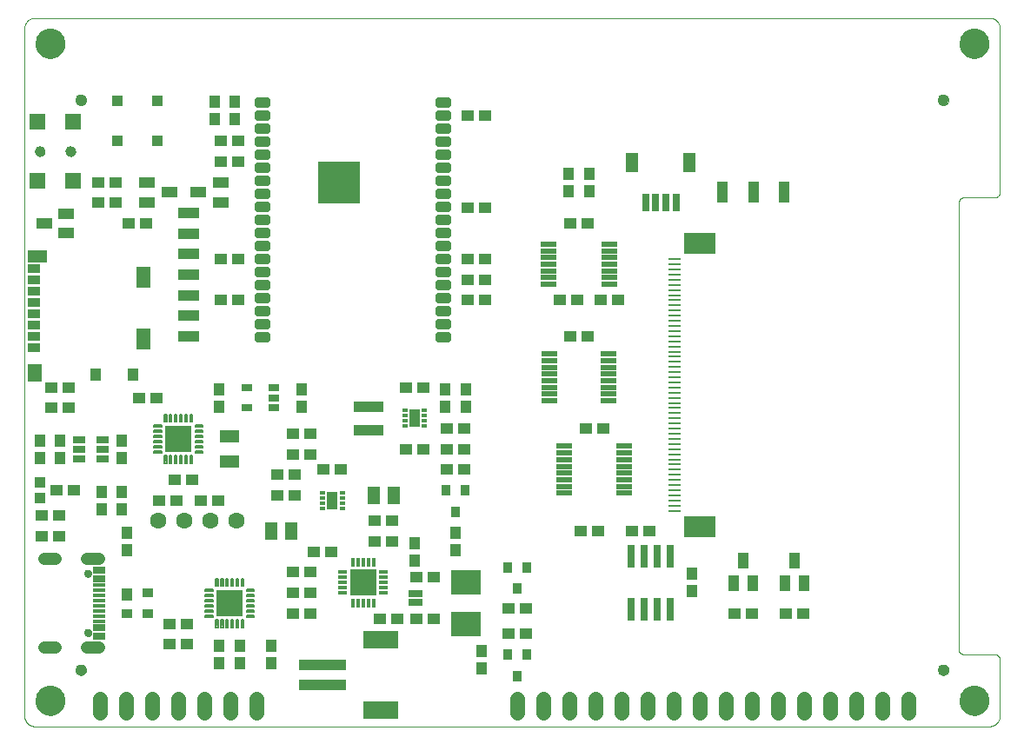
<source format=gts>
G75*
%MOIN*%
%OFA0B0*%
%FSLAX25Y25*%
%IPPOS*%
%LPD*%
%AMOC8*
5,1,8,0,0,1.08239X$1,22.5*
%
%ADD10C,0.00000*%
%ADD11C,0.11424*%
%ADD12C,0.04337*%
%ADD13C,0.02031*%
%ADD14R,0.16148X0.16148*%
%ADD15R,0.04337X0.04731*%
%ADD16R,0.04731X0.04337*%
%ADD17C,0.04762*%
%ADD18C,0.02959*%
%ADD19R,0.04928X0.02762*%
%ADD20R,0.04928X0.01581*%
%ADD21R,0.07487X0.05006*%
%ADD22R,0.05715X0.06502*%
%ADD23R,0.04731X0.03746*%
%ADD24R,0.04731X0.03353*%
%ADD25R,0.05715X0.07880*%
%ADD26R,0.04337X0.05124*%
%ADD27R,0.12211X0.08274*%
%ADD28R,0.05118X0.01102*%
%ADD29R,0.03943X0.03550*%
%ADD30R,0.03943X0.05124*%
%ADD31R,0.04337X0.03943*%
%ADD32R,0.11400X0.09400*%
%ADD33R,0.11424X0.04337*%
%ADD34R,0.05912X0.06306*%
%ADD35C,0.03943*%
%ADD36R,0.03550X0.03943*%
%ADD37R,0.05912X0.04337*%
%ADD38R,0.04337X0.05912*%
%ADD39R,0.04731X0.06699*%
%ADD40C,0.06306*%
%ADD41C,0.00751*%
%ADD42R,0.09849X0.09849*%
%ADD43R,0.06306X0.02172*%
%ADD44R,0.02762X0.09061*%
%ADD45R,0.03353X0.01581*%
%ADD46R,0.01581X0.03353*%
%ADD47R,0.10236X0.10236*%
%ADD48R,0.03943X0.06699*%
%ADD49R,0.02369X0.01384*%
%ADD50R,0.04337X0.02565*%
%ADD51R,0.05124X0.02762*%
%ADD52R,0.06306X0.01975*%
%ADD53R,0.18117X0.04337*%
%ADD54R,0.13786X0.06699*%
%ADD55R,0.07487X0.04731*%
%ADD56C,0.05550*%
%ADD57R,0.04337X0.08274*%
%ADD58R,0.05400X0.02900*%
%ADD59R,0.08274X0.04337*%
%ADD60R,0.05124X0.07487*%
%ADD61R,0.02762X0.06502*%
D10*
X0029238Y0009063D02*
X0029238Y0272843D01*
X0029240Y0272967D01*
X0029246Y0273090D01*
X0029255Y0273214D01*
X0029269Y0273336D01*
X0029286Y0273459D01*
X0029308Y0273581D01*
X0029333Y0273702D01*
X0029362Y0273822D01*
X0029394Y0273941D01*
X0029431Y0274060D01*
X0029471Y0274177D01*
X0029514Y0274292D01*
X0029562Y0274407D01*
X0029613Y0274519D01*
X0029667Y0274630D01*
X0029725Y0274740D01*
X0029786Y0274847D01*
X0029851Y0274953D01*
X0029919Y0275056D01*
X0029990Y0275157D01*
X0030064Y0275256D01*
X0030141Y0275353D01*
X0030222Y0275447D01*
X0030305Y0275538D01*
X0030391Y0275627D01*
X0030480Y0275713D01*
X0030571Y0275796D01*
X0030665Y0275877D01*
X0030762Y0275954D01*
X0030861Y0276028D01*
X0030962Y0276099D01*
X0031065Y0276167D01*
X0031171Y0276232D01*
X0031278Y0276293D01*
X0031388Y0276351D01*
X0031499Y0276405D01*
X0031611Y0276456D01*
X0031726Y0276504D01*
X0031841Y0276547D01*
X0031958Y0276587D01*
X0032077Y0276624D01*
X0032196Y0276656D01*
X0032316Y0276685D01*
X0032437Y0276710D01*
X0032559Y0276732D01*
X0032682Y0276749D01*
X0032804Y0276763D01*
X0032928Y0276772D01*
X0033051Y0276778D01*
X0033175Y0276780D01*
X0399317Y0276780D01*
X0399441Y0276778D01*
X0399564Y0276772D01*
X0399688Y0276763D01*
X0399810Y0276749D01*
X0399933Y0276732D01*
X0400055Y0276710D01*
X0400176Y0276685D01*
X0400296Y0276656D01*
X0400415Y0276624D01*
X0400534Y0276587D01*
X0400651Y0276547D01*
X0400766Y0276504D01*
X0400881Y0276456D01*
X0400993Y0276405D01*
X0401104Y0276351D01*
X0401214Y0276293D01*
X0401321Y0276232D01*
X0401427Y0276167D01*
X0401530Y0276099D01*
X0401631Y0276028D01*
X0401730Y0275954D01*
X0401827Y0275877D01*
X0401921Y0275796D01*
X0402012Y0275713D01*
X0402101Y0275627D01*
X0402187Y0275538D01*
X0402270Y0275447D01*
X0402351Y0275353D01*
X0402428Y0275256D01*
X0402502Y0275157D01*
X0402573Y0275056D01*
X0402641Y0274953D01*
X0402706Y0274847D01*
X0402767Y0274740D01*
X0402825Y0274630D01*
X0402879Y0274519D01*
X0402930Y0274407D01*
X0402978Y0274292D01*
X0403021Y0274177D01*
X0403061Y0274060D01*
X0403098Y0273941D01*
X0403130Y0273822D01*
X0403159Y0273702D01*
X0403184Y0273581D01*
X0403206Y0273459D01*
X0403223Y0273336D01*
X0403237Y0273214D01*
X0403246Y0273090D01*
X0403252Y0272967D01*
X0403254Y0272843D01*
X0403254Y0209850D01*
X0403255Y0209850D02*
X0403253Y0209764D01*
X0403248Y0209678D01*
X0403238Y0209593D01*
X0403225Y0209508D01*
X0403208Y0209424D01*
X0403188Y0209340D01*
X0403164Y0209258D01*
X0403136Y0209177D01*
X0403105Y0209096D01*
X0403071Y0209018D01*
X0403033Y0208941D01*
X0402991Y0208866D01*
X0402947Y0208792D01*
X0402899Y0208721D01*
X0402848Y0208651D01*
X0402794Y0208584D01*
X0402738Y0208520D01*
X0402678Y0208458D01*
X0402616Y0208398D01*
X0402552Y0208342D01*
X0402485Y0208288D01*
X0402415Y0208237D01*
X0402344Y0208189D01*
X0402271Y0208145D01*
X0402195Y0208103D01*
X0402118Y0208065D01*
X0402040Y0208031D01*
X0401959Y0208000D01*
X0401878Y0207972D01*
X0401796Y0207948D01*
X0401712Y0207928D01*
X0401628Y0207911D01*
X0401543Y0207898D01*
X0401458Y0207888D01*
X0401372Y0207883D01*
X0401286Y0207881D01*
X0401286Y0207882D02*
X0389474Y0207882D01*
X0389388Y0207880D01*
X0389302Y0207875D01*
X0389217Y0207865D01*
X0389132Y0207852D01*
X0389048Y0207835D01*
X0388964Y0207815D01*
X0388882Y0207791D01*
X0388801Y0207763D01*
X0388720Y0207732D01*
X0388642Y0207698D01*
X0388565Y0207660D01*
X0388490Y0207618D01*
X0388416Y0207574D01*
X0388345Y0207526D01*
X0388275Y0207475D01*
X0388208Y0207421D01*
X0388144Y0207365D01*
X0388082Y0207305D01*
X0388022Y0207243D01*
X0387966Y0207179D01*
X0387912Y0207112D01*
X0387861Y0207042D01*
X0387813Y0206971D01*
X0387769Y0206898D01*
X0387727Y0206822D01*
X0387689Y0206745D01*
X0387655Y0206667D01*
X0387624Y0206586D01*
X0387596Y0206505D01*
X0387572Y0206423D01*
X0387552Y0206339D01*
X0387535Y0206255D01*
X0387522Y0206170D01*
X0387512Y0206085D01*
X0387507Y0205999D01*
X0387505Y0205913D01*
X0387506Y0205913D02*
X0387506Y0034654D01*
X0387505Y0034654D02*
X0387507Y0034568D01*
X0387512Y0034482D01*
X0387522Y0034397D01*
X0387535Y0034312D01*
X0387552Y0034228D01*
X0387572Y0034144D01*
X0387596Y0034062D01*
X0387624Y0033981D01*
X0387655Y0033900D01*
X0387689Y0033822D01*
X0387727Y0033745D01*
X0387769Y0033670D01*
X0387813Y0033596D01*
X0387861Y0033525D01*
X0387912Y0033455D01*
X0387966Y0033388D01*
X0388022Y0033324D01*
X0388082Y0033262D01*
X0388144Y0033202D01*
X0388208Y0033146D01*
X0388275Y0033092D01*
X0388345Y0033041D01*
X0388416Y0032993D01*
X0388490Y0032949D01*
X0388565Y0032907D01*
X0388642Y0032869D01*
X0388720Y0032835D01*
X0388801Y0032804D01*
X0388882Y0032776D01*
X0388964Y0032752D01*
X0389048Y0032732D01*
X0389132Y0032715D01*
X0389217Y0032702D01*
X0389302Y0032692D01*
X0389388Y0032687D01*
X0389474Y0032685D01*
X0401286Y0032685D01*
X0401286Y0032686D02*
X0401372Y0032684D01*
X0401458Y0032679D01*
X0401543Y0032669D01*
X0401628Y0032656D01*
X0401712Y0032639D01*
X0401796Y0032619D01*
X0401878Y0032595D01*
X0401959Y0032567D01*
X0402040Y0032536D01*
X0402118Y0032502D01*
X0402195Y0032464D01*
X0402271Y0032422D01*
X0402344Y0032378D01*
X0402415Y0032330D01*
X0402485Y0032279D01*
X0402552Y0032225D01*
X0402616Y0032169D01*
X0402678Y0032109D01*
X0402738Y0032047D01*
X0402794Y0031983D01*
X0402848Y0031916D01*
X0402899Y0031846D01*
X0402947Y0031775D01*
X0402991Y0031702D01*
X0403033Y0031626D01*
X0403071Y0031549D01*
X0403105Y0031471D01*
X0403136Y0031390D01*
X0403164Y0031309D01*
X0403188Y0031227D01*
X0403208Y0031143D01*
X0403225Y0031059D01*
X0403238Y0030974D01*
X0403248Y0030889D01*
X0403253Y0030803D01*
X0403255Y0030717D01*
X0403254Y0030717D02*
X0403254Y0009063D01*
X0403252Y0008939D01*
X0403246Y0008816D01*
X0403237Y0008692D01*
X0403223Y0008570D01*
X0403206Y0008447D01*
X0403184Y0008325D01*
X0403159Y0008204D01*
X0403130Y0008084D01*
X0403098Y0007965D01*
X0403061Y0007846D01*
X0403021Y0007729D01*
X0402978Y0007614D01*
X0402930Y0007499D01*
X0402879Y0007387D01*
X0402825Y0007276D01*
X0402767Y0007166D01*
X0402706Y0007059D01*
X0402641Y0006953D01*
X0402573Y0006850D01*
X0402502Y0006749D01*
X0402428Y0006650D01*
X0402351Y0006553D01*
X0402270Y0006459D01*
X0402187Y0006368D01*
X0402101Y0006279D01*
X0402012Y0006193D01*
X0401921Y0006110D01*
X0401827Y0006029D01*
X0401730Y0005952D01*
X0401631Y0005878D01*
X0401530Y0005807D01*
X0401427Y0005739D01*
X0401321Y0005674D01*
X0401214Y0005613D01*
X0401104Y0005555D01*
X0400993Y0005501D01*
X0400881Y0005450D01*
X0400766Y0005402D01*
X0400651Y0005359D01*
X0400534Y0005319D01*
X0400415Y0005282D01*
X0400296Y0005250D01*
X0400176Y0005221D01*
X0400055Y0005196D01*
X0399933Y0005174D01*
X0399810Y0005157D01*
X0399688Y0005143D01*
X0399564Y0005134D01*
X0399441Y0005128D01*
X0399317Y0005126D01*
X0033175Y0005126D01*
X0033051Y0005128D01*
X0032928Y0005134D01*
X0032804Y0005143D01*
X0032682Y0005157D01*
X0032559Y0005174D01*
X0032437Y0005196D01*
X0032316Y0005221D01*
X0032196Y0005250D01*
X0032077Y0005282D01*
X0031958Y0005319D01*
X0031841Y0005359D01*
X0031726Y0005402D01*
X0031611Y0005450D01*
X0031499Y0005501D01*
X0031388Y0005555D01*
X0031278Y0005613D01*
X0031171Y0005674D01*
X0031065Y0005739D01*
X0030962Y0005807D01*
X0030861Y0005878D01*
X0030762Y0005952D01*
X0030665Y0006029D01*
X0030571Y0006110D01*
X0030480Y0006193D01*
X0030391Y0006279D01*
X0030305Y0006368D01*
X0030222Y0006459D01*
X0030141Y0006553D01*
X0030064Y0006650D01*
X0029990Y0006749D01*
X0029919Y0006850D01*
X0029851Y0006953D01*
X0029786Y0007059D01*
X0029725Y0007166D01*
X0029667Y0007276D01*
X0029613Y0007387D01*
X0029562Y0007499D01*
X0029514Y0007614D01*
X0029471Y0007729D01*
X0029431Y0007846D01*
X0029394Y0007965D01*
X0029362Y0008084D01*
X0029333Y0008204D01*
X0029308Y0008325D01*
X0029286Y0008447D01*
X0029269Y0008570D01*
X0029255Y0008692D01*
X0029246Y0008816D01*
X0029240Y0008939D01*
X0029238Y0009063D01*
X0033569Y0014969D02*
X0033571Y0015117D01*
X0033577Y0015265D01*
X0033587Y0015413D01*
X0033601Y0015560D01*
X0033619Y0015707D01*
X0033640Y0015853D01*
X0033666Y0015999D01*
X0033696Y0016144D01*
X0033729Y0016288D01*
X0033767Y0016431D01*
X0033808Y0016573D01*
X0033853Y0016714D01*
X0033901Y0016854D01*
X0033954Y0016993D01*
X0034010Y0017130D01*
X0034070Y0017265D01*
X0034133Y0017399D01*
X0034200Y0017531D01*
X0034271Y0017661D01*
X0034345Y0017789D01*
X0034422Y0017915D01*
X0034503Y0018039D01*
X0034587Y0018161D01*
X0034674Y0018280D01*
X0034765Y0018397D01*
X0034859Y0018512D01*
X0034955Y0018624D01*
X0035055Y0018734D01*
X0035157Y0018840D01*
X0035263Y0018944D01*
X0035371Y0019045D01*
X0035482Y0019143D01*
X0035595Y0019239D01*
X0035711Y0019331D01*
X0035829Y0019420D01*
X0035950Y0019505D01*
X0036073Y0019588D01*
X0036198Y0019667D01*
X0036325Y0019743D01*
X0036454Y0019815D01*
X0036585Y0019884D01*
X0036718Y0019949D01*
X0036853Y0020010D01*
X0036989Y0020068D01*
X0037126Y0020123D01*
X0037265Y0020173D01*
X0037406Y0020220D01*
X0037547Y0020263D01*
X0037690Y0020303D01*
X0037834Y0020338D01*
X0037978Y0020370D01*
X0038124Y0020397D01*
X0038270Y0020421D01*
X0038417Y0020441D01*
X0038564Y0020457D01*
X0038711Y0020469D01*
X0038859Y0020477D01*
X0039007Y0020481D01*
X0039155Y0020481D01*
X0039303Y0020477D01*
X0039451Y0020469D01*
X0039598Y0020457D01*
X0039745Y0020441D01*
X0039892Y0020421D01*
X0040038Y0020397D01*
X0040184Y0020370D01*
X0040328Y0020338D01*
X0040472Y0020303D01*
X0040615Y0020263D01*
X0040756Y0020220D01*
X0040897Y0020173D01*
X0041036Y0020123D01*
X0041173Y0020068D01*
X0041309Y0020010D01*
X0041444Y0019949D01*
X0041577Y0019884D01*
X0041708Y0019815D01*
X0041837Y0019743D01*
X0041964Y0019667D01*
X0042089Y0019588D01*
X0042212Y0019505D01*
X0042333Y0019420D01*
X0042451Y0019331D01*
X0042567Y0019239D01*
X0042680Y0019143D01*
X0042791Y0019045D01*
X0042899Y0018944D01*
X0043005Y0018840D01*
X0043107Y0018734D01*
X0043207Y0018624D01*
X0043303Y0018512D01*
X0043397Y0018397D01*
X0043488Y0018280D01*
X0043575Y0018161D01*
X0043659Y0018039D01*
X0043740Y0017915D01*
X0043817Y0017789D01*
X0043891Y0017661D01*
X0043962Y0017531D01*
X0044029Y0017399D01*
X0044092Y0017265D01*
X0044152Y0017130D01*
X0044208Y0016993D01*
X0044261Y0016854D01*
X0044309Y0016714D01*
X0044354Y0016573D01*
X0044395Y0016431D01*
X0044433Y0016288D01*
X0044466Y0016144D01*
X0044496Y0015999D01*
X0044522Y0015853D01*
X0044543Y0015707D01*
X0044561Y0015560D01*
X0044575Y0015413D01*
X0044585Y0015265D01*
X0044591Y0015117D01*
X0044593Y0014969D01*
X0044591Y0014821D01*
X0044585Y0014673D01*
X0044575Y0014525D01*
X0044561Y0014378D01*
X0044543Y0014231D01*
X0044522Y0014085D01*
X0044496Y0013939D01*
X0044466Y0013794D01*
X0044433Y0013650D01*
X0044395Y0013507D01*
X0044354Y0013365D01*
X0044309Y0013224D01*
X0044261Y0013084D01*
X0044208Y0012945D01*
X0044152Y0012808D01*
X0044092Y0012673D01*
X0044029Y0012539D01*
X0043962Y0012407D01*
X0043891Y0012277D01*
X0043817Y0012149D01*
X0043740Y0012023D01*
X0043659Y0011899D01*
X0043575Y0011777D01*
X0043488Y0011658D01*
X0043397Y0011541D01*
X0043303Y0011426D01*
X0043207Y0011314D01*
X0043107Y0011204D01*
X0043005Y0011098D01*
X0042899Y0010994D01*
X0042791Y0010893D01*
X0042680Y0010795D01*
X0042567Y0010699D01*
X0042451Y0010607D01*
X0042333Y0010518D01*
X0042212Y0010433D01*
X0042089Y0010350D01*
X0041964Y0010271D01*
X0041837Y0010195D01*
X0041708Y0010123D01*
X0041577Y0010054D01*
X0041444Y0009989D01*
X0041309Y0009928D01*
X0041173Y0009870D01*
X0041036Y0009815D01*
X0040897Y0009765D01*
X0040756Y0009718D01*
X0040615Y0009675D01*
X0040472Y0009635D01*
X0040328Y0009600D01*
X0040184Y0009568D01*
X0040038Y0009541D01*
X0039892Y0009517D01*
X0039745Y0009497D01*
X0039598Y0009481D01*
X0039451Y0009469D01*
X0039303Y0009461D01*
X0039155Y0009457D01*
X0039007Y0009457D01*
X0038859Y0009461D01*
X0038711Y0009469D01*
X0038564Y0009481D01*
X0038417Y0009497D01*
X0038270Y0009517D01*
X0038124Y0009541D01*
X0037978Y0009568D01*
X0037834Y0009600D01*
X0037690Y0009635D01*
X0037547Y0009675D01*
X0037406Y0009718D01*
X0037265Y0009765D01*
X0037126Y0009815D01*
X0036989Y0009870D01*
X0036853Y0009928D01*
X0036718Y0009989D01*
X0036585Y0010054D01*
X0036454Y0010123D01*
X0036325Y0010195D01*
X0036198Y0010271D01*
X0036073Y0010350D01*
X0035950Y0010433D01*
X0035829Y0010518D01*
X0035711Y0010607D01*
X0035595Y0010699D01*
X0035482Y0010795D01*
X0035371Y0010893D01*
X0035263Y0010994D01*
X0035157Y0011098D01*
X0035055Y0011204D01*
X0034955Y0011314D01*
X0034859Y0011426D01*
X0034765Y0011541D01*
X0034674Y0011658D01*
X0034587Y0011777D01*
X0034503Y0011899D01*
X0034422Y0012023D01*
X0034345Y0012149D01*
X0034271Y0012277D01*
X0034200Y0012407D01*
X0034133Y0012539D01*
X0034070Y0012673D01*
X0034010Y0012808D01*
X0033954Y0012945D01*
X0033901Y0013084D01*
X0033853Y0013224D01*
X0033808Y0013365D01*
X0033767Y0013507D01*
X0033729Y0013650D01*
X0033696Y0013794D01*
X0033666Y0013939D01*
X0033640Y0014085D01*
X0033619Y0014231D01*
X0033601Y0014378D01*
X0033587Y0014525D01*
X0033577Y0014673D01*
X0033571Y0014821D01*
X0033569Y0014969D01*
X0048923Y0026780D02*
X0048925Y0026868D01*
X0048931Y0026956D01*
X0048941Y0027044D01*
X0048955Y0027132D01*
X0048972Y0027218D01*
X0048994Y0027304D01*
X0049019Y0027388D01*
X0049049Y0027472D01*
X0049081Y0027554D01*
X0049118Y0027634D01*
X0049158Y0027713D01*
X0049202Y0027790D01*
X0049249Y0027865D01*
X0049299Y0027937D01*
X0049353Y0028008D01*
X0049409Y0028075D01*
X0049469Y0028141D01*
X0049531Y0028203D01*
X0049597Y0028263D01*
X0049664Y0028319D01*
X0049735Y0028373D01*
X0049807Y0028423D01*
X0049882Y0028470D01*
X0049959Y0028514D01*
X0050038Y0028554D01*
X0050118Y0028591D01*
X0050200Y0028623D01*
X0050284Y0028653D01*
X0050368Y0028678D01*
X0050454Y0028700D01*
X0050540Y0028717D01*
X0050628Y0028731D01*
X0050716Y0028741D01*
X0050804Y0028747D01*
X0050892Y0028749D01*
X0050980Y0028747D01*
X0051068Y0028741D01*
X0051156Y0028731D01*
X0051244Y0028717D01*
X0051330Y0028700D01*
X0051416Y0028678D01*
X0051500Y0028653D01*
X0051584Y0028623D01*
X0051666Y0028591D01*
X0051746Y0028554D01*
X0051825Y0028514D01*
X0051902Y0028470D01*
X0051977Y0028423D01*
X0052049Y0028373D01*
X0052120Y0028319D01*
X0052187Y0028263D01*
X0052253Y0028203D01*
X0052315Y0028141D01*
X0052375Y0028075D01*
X0052431Y0028008D01*
X0052485Y0027937D01*
X0052535Y0027865D01*
X0052582Y0027790D01*
X0052626Y0027713D01*
X0052666Y0027634D01*
X0052703Y0027554D01*
X0052735Y0027472D01*
X0052765Y0027388D01*
X0052790Y0027304D01*
X0052812Y0027218D01*
X0052829Y0027132D01*
X0052843Y0027044D01*
X0052853Y0026956D01*
X0052859Y0026868D01*
X0052861Y0026780D01*
X0052859Y0026692D01*
X0052853Y0026604D01*
X0052843Y0026516D01*
X0052829Y0026428D01*
X0052812Y0026342D01*
X0052790Y0026256D01*
X0052765Y0026172D01*
X0052735Y0026088D01*
X0052703Y0026006D01*
X0052666Y0025926D01*
X0052626Y0025847D01*
X0052582Y0025770D01*
X0052535Y0025695D01*
X0052485Y0025623D01*
X0052431Y0025552D01*
X0052375Y0025485D01*
X0052315Y0025419D01*
X0052253Y0025357D01*
X0052187Y0025297D01*
X0052120Y0025241D01*
X0052049Y0025187D01*
X0051977Y0025137D01*
X0051902Y0025090D01*
X0051825Y0025046D01*
X0051746Y0025006D01*
X0051666Y0024969D01*
X0051584Y0024937D01*
X0051500Y0024907D01*
X0051416Y0024882D01*
X0051330Y0024860D01*
X0051244Y0024843D01*
X0051156Y0024829D01*
X0051068Y0024819D01*
X0050980Y0024813D01*
X0050892Y0024811D01*
X0050804Y0024813D01*
X0050716Y0024819D01*
X0050628Y0024829D01*
X0050540Y0024843D01*
X0050454Y0024860D01*
X0050368Y0024882D01*
X0050284Y0024907D01*
X0050200Y0024937D01*
X0050118Y0024969D01*
X0050038Y0025006D01*
X0049959Y0025046D01*
X0049882Y0025090D01*
X0049807Y0025137D01*
X0049735Y0025187D01*
X0049664Y0025241D01*
X0049597Y0025297D01*
X0049531Y0025357D01*
X0049469Y0025419D01*
X0049409Y0025485D01*
X0049353Y0025552D01*
X0049299Y0025623D01*
X0049249Y0025695D01*
X0049202Y0025770D01*
X0049158Y0025847D01*
X0049118Y0025926D01*
X0049081Y0026006D01*
X0049049Y0026088D01*
X0049019Y0026172D01*
X0048994Y0026256D01*
X0048972Y0026342D01*
X0048955Y0026428D01*
X0048941Y0026516D01*
X0048931Y0026604D01*
X0048925Y0026692D01*
X0048923Y0026780D01*
X0052289Y0040992D02*
X0052291Y0041063D01*
X0052297Y0041134D01*
X0052307Y0041205D01*
X0052321Y0041274D01*
X0052338Y0041343D01*
X0052360Y0041411D01*
X0052385Y0041478D01*
X0052414Y0041543D01*
X0052446Y0041606D01*
X0052482Y0041668D01*
X0052521Y0041727D01*
X0052564Y0041784D01*
X0052609Y0041839D01*
X0052658Y0041891D01*
X0052709Y0041940D01*
X0052763Y0041986D01*
X0052820Y0042030D01*
X0052878Y0042070D01*
X0052939Y0042106D01*
X0053002Y0042140D01*
X0053067Y0042169D01*
X0053133Y0042195D01*
X0053201Y0042218D01*
X0053269Y0042236D01*
X0053339Y0042251D01*
X0053409Y0042262D01*
X0053480Y0042269D01*
X0053551Y0042272D01*
X0053622Y0042271D01*
X0053693Y0042266D01*
X0053764Y0042257D01*
X0053834Y0042244D01*
X0053903Y0042228D01*
X0053971Y0042207D01*
X0054038Y0042183D01*
X0054104Y0042155D01*
X0054167Y0042123D01*
X0054229Y0042088D01*
X0054289Y0042050D01*
X0054347Y0042008D01*
X0054402Y0041964D01*
X0054455Y0041916D01*
X0054505Y0041865D01*
X0054552Y0041812D01*
X0054596Y0041756D01*
X0054637Y0041698D01*
X0054675Y0041637D01*
X0054709Y0041575D01*
X0054739Y0041510D01*
X0054766Y0041445D01*
X0054790Y0041377D01*
X0054809Y0041309D01*
X0054825Y0041240D01*
X0054837Y0041169D01*
X0054845Y0041099D01*
X0054849Y0041028D01*
X0054849Y0040956D01*
X0054845Y0040885D01*
X0054837Y0040815D01*
X0054825Y0040744D01*
X0054809Y0040675D01*
X0054790Y0040607D01*
X0054766Y0040539D01*
X0054739Y0040474D01*
X0054709Y0040409D01*
X0054675Y0040347D01*
X0054637Y0040286D01*
X0054596Y0040228D01*
X0054552Y0040172D01*
X0054505Y0040119D01*
X0054455Y0040068D01*
X0054402Y0040020D01*
X0054347Y0039976D01*
X0054289Y0039934D01*
X0054229Y0039896D01*
X0054167Y0039861D01*
X0054104Y0039829D01*
X0054038Y0039801D01*
X0053971Y0039777D01*
X0053903Y0039756D01*
X0053834Y0039740D01*
X0053764Y0039727D01*
X0053693Y0039718D01*
X0053622Y0039713D01*
X0053551Y0039712D01*
X0053480Y0039715D01*
X0053409Y0039722D01*
X0053339Y0039733D01*
X0053269Y0039748D01*
X0053201Y0039766D01*
X0053133Y0039789D01*
X0053067Y0039815D01*
X0053002Y0039844D01*
X0052939Y0039878D01*
X0052878Y0039914D01*
X0052820Y0039954D01*
X0052763Y0039998D01*
X0052709Y0040044D01*
X0052658Y0040093D01*
X0052609Y0040145D01*
X0052564Y0040200D01*
X0052521Y0040257D01*
X0052482Y0040316D01*
X0052446Y0040378D01*
X0052414Y0040441D01*
X0052385Y0040506D01*
X0052360Y0040573D01*
X0052338Y0040641D01*
X0052321Y0040710D01*
X0052307Y0040779D01*
X0052297Y0040850D01*
X0052291Y0040921D01*
X0052289Y0040992D01*
X0052289Y0063748D02*
X0052291Y0063819D01*
X0052297Y0063890D01*
X0052307Y0063961D01*
X0052321Y0064030D01*
X0052338Y0064099D01*
X0052360Y0064167D01*
X0052385Y0064234D01*
X0052414Y0064299D01*
X0052446Y0064362D01*
X0052482Y0064424D01*
X0052521Y0064483D01*
X0052564Y0064540D01*
X0052609Y0064595D01*
X0052658Y0064647D01*
X0052709Y0064696D01*
X0052763Y0064742D01*
X0052820Y0064786D01*
X0052878Y0064826D01*
X0052939Y0064862D01*
X0053002Y0064896D01*
X0053067Y0064925D01*
X0053133Y0064951D01*
X0053201Y0064974D01*
X0053269Y0064992D01*
X0053339Y0065007D01*
X0053409Y0065018D01*
X0053480Y0065025D01*
X0053551Y0065028D01*
X0053622Y0065027D01*
X0053693Y0065022D01*
X0053764Y0065013D01*
X0053834Y0065000D01*
X0053903Y0064984D01*
X0053971Y0064963D01*
X0054038Y0064939D01*
X0054104Y0064911D01*
X0054167Y0064879D01*
X0054229Y0064844D01*
X0054289Y0064806D01*
X0054347Y0064764D01*
X0054402Y0064720D01*
X0054455Y0064672D01*
X0054505Y0064621D01*
X0054552Y0064568D01*
X0054596Y0064512D01*
X0054637Y0064454D01*
X0054675Y0064393D01*
X0054709Y0064331D01*
X0054739Y0064266D01*
X0054766Y0064201D01*
X0054790Y0064133D01*
X0054809Y0064065D01*
X0054825Y0063996D01*
X0054837Y0063925D01*
X0054845Y0063855D01*
X0054849Y0063784D01*
X0054849Y0063712D01*
X0054845Y0063641D01*
X0054837Y0063571D01*
X0054825Y0063500D01*
X0054809Y0063431D01*
X0054790Y0063363D01*
X0054766Y0063295D01*
X0054739Y0063230D01*
X0054709Y0063165D01*
X0054675Y0063103D01*
X0054637Y0063042D01*
X0054596Y0062984D01*
X0054552Y0062928D01*
X0054505Y0062875D01*
X0054455Y0062824D01*
X0054402Y0062776D01*
X0054347Y0062732D01*
X0054289Y0062690D01*
X0054229Y0062652D01*
X0054167Y0062617D01*
X0054104Y0062585D01*
X0054038Y0062557D01*
X0053971Y0062533D01*
X0053903Y0062512D01*
X0053834Y0062496D01*
X0053764Y0062483D01*
X0053693Y0062474D01*
X0053622Y0062469D01*
X0053551Y0062468D01*
X0053480Y0062471D01*
X0053409Y0062478D01*
X0053339Y0062489D01*
X0053269Y0062504D01*
X0053201Y0062522D01*
X0053133Y0062545D01*
X0053067Y0062571D01*
X0053002Y0062600D01*
X0052939Y0062634D01*
X0052878Y0062670D01*
X0052820Y0062710D01*
X0052763Y0062754D01*
X0052709Y0062800D01*
X0052658Y0062849D01*
X0052609Y0062901D01*
X0052564Y0062956D01*
X0052521Y0063013D01*
X0052482Y0063072D01*
X0052446Y0063134D01*
X0052414Y0063197D01*
X0052385Y0063262D01*
X0052360Y0063329D01*
X0052338Y0063397D01*
X0052321Y0063466D01*
X0052307Y0063535D01*
X0052297Y0063606D01*
X0052291Y0063677D01*
X0052289Y0063748D01*
X0045183Y0225598D02*
X0045185Y0225682D01*
X0045191Y0225765D01*
X0045201Y0225848D01*
X0045215Y0225931D01*
X0045232Y0226013D01*
X0045254Y0226094D01*
X0045279Y0226173D01*
X0045308Y0226252D01*
X0045341Y0226329D01*
X0045377Y0226404D01*
X0045417Y0226478D01*
X0045460Y0226550D01*
X0045507Y0226619D01*
X0045557Y0226686D01*
X0045610Y0226751D01*
X0045666Y0226813D01*
X0045724Y0226873D01*
X0045786Y0226930D01*
X0045850Y0226983D01*
X0045917Y0227034D01*
X0045986Y0227081D01*
X0046057Y0227126D01*
X0046130Y0227166D01*
X0046205Y0227203D01*
X0046282Y0227237D01*
X0046360Y0227267D01*
X0046439Y0227293D01*
X0046520Y0227316D01*
X0046602Y0227334D01*
X0046684Y0227349D01*
X0046767Y0227360D01*
X0046850Y0227367D01*
X0046934Y0227370D01*
X0047018Y0227369D01*
X0047101Y0227364D01*
X0047185Y0227355D01*
X0047267Y0227342D01*
X0047349Y0227326D01*
X0047430Y0227305D01*
X0047511Y0227281D01*
X0047589Y0227253D01*
X0047667Y0227221D01*
X0047743Y0227185D01*
X0047817Y0227146D01*
X0047889Y0227104D01*
X0047959Y0227058D01*
X0048027Y0227009D01*
X0048092Y0226957D01*
X0048155Y0226902D01*
X0048215Y0226844D01*
X0048273Y0226783D01*
X0048327Y0226719D01*
X0048379Y0226653D01*
X0048427Y0226585D01*
X0048472Y0226514D01*
X0048513Y0226441D01*
X0048552Y0226367D01*
X0048586Y0226291D01*
X0048617Y0226213D01*
X0048644Y0226134D01*
X0048668Y0226053D01*
X0048687Y0225972D01*
X0048703Y0225890D01*
X0048715Y0225807D01*
X0048723Y0225723D01*
X0048727Y0225640D01*
X0048727Y0225556D01*
X0048723Y0225473D01*
X0048715Y0225389D01*
X0048703Y0225306D01*
X0048687Y0225224D01*
X0048668Y0225143D01*
X0048644Y0225062D01*
X0048617Y0224983D01*
X0048586Y0224905D01*
X0048552Y0224829D01*
X0048513Y0224755D01*
X0048472Y0224682D01*
X0048427Y0224611D01*
X0048379Y0224543D01*
X0048327Y0224477D01*
X0048273Y0224413D01*
X0048215Y0224352D01*
X0048155Y0224294D01*
X0048092Y0224239D01*
X0048027Y0224187D01*
X0047959Y0224138D01*
X0047889Y0224092D01*
X0047817Y0224050D01*
X0047743Y0224011D01*
X0047667Y0223975D01*
X0047589Y0223943D01*
X0047511Y0223915D01*
X0047430Y0223891D01*
X0047349Y0223870D01*
X0047267Y0223854D01*
X0047185Y0223841D01*
X0047101Y0223832D01*
X0047018Y0223827D01*
X0046934Y0223826D01*
X0046850Y0223829D01*
X0046767Y0223836D01*
X0046684Y0223847D01*
X0046602Y0223862D01*
X0046520Y0223880D01*
X0046439Y0223903D01*
X0046360Y0223929D01*
X0046282Y0223959D01*
X0046205Y0223993D01*
X0046130Y0224030D01*
X0046057Y0224070D01*
X0045986Y0224115D01*
X0045917Y0224162D01*
X0045850Y0224213D01*
X0045786Y0224266D01*
X0045724Y0224323D01*
X0045666Y0224383D01*
X0045610Y0224445D01*
X0045557Y0224510D01*
X0045507Y0224577D01*
X0045460Y0224646D01*
X0045417Y0224718D01*
X0045377Y0224792D01*
X0045341Y0224867D01*
X0045308Y0224944D01*
X0045279Y0225023D01*
X0045254Y0225102D01*
X0045232Y0225183D01*
X0045215Y0225265D01*
X0045201Y0225348D01*
X0045191Y0225431D01*
X0045185Y0225514D01*
X0045183Y0225598D01*
X0033372Y0225598D02*
X0033374Y0225682D01*
X0033380Y0225765D01*
X0033390Y0225848D01*
X0033404Y0225931D01*
X0033421Y0226013D01*
X0033443Y0226094D01*
X0033468Y0226173D01*
X0033497Y0226252D01*
X0033530Y0226329D01*
X0033566Y0226404D01*
X0033606Y0226478D01*
X0033649Y0226550D01*
X0033696Y0226619D01*
X0033746Y0226686D01*
X0033799Y0226751D01*
X0033855Y0226813D01*
X0033913Y0226873D01*
X0033975Y0226930D01*
X0034039Y0226983D01*
X0034106Y0227034D01*
X0034175Y0227081D01*
X0034246Y0227126D01*
X0034319Y0227166D01*
X0034394Y0227203D01*
X0034471Y0227237D01*
X0034549Y0227267D01*
X0034628Y0227293D01*
X0034709Y0227316D01*
X0034791Y0227334D01*
X0034873Y0227349D01*
X0034956Y0227360D01*
X0035039Y0227367D01*
X0035123Y0227370D01*
X0035207Y0227369D01*
X0035290Y0227364D01*
X0035374Y0227355D01*
X0035456Y0227342D01*
X0035538Y0227326D01*
X0035619Y0227305D01*
X0035700Y0227281D01*
X0035778Y0227253D01*
X0035856Y0227221D01*
X0035932Y0227185D01*
X0036006Y0227146D01*
X0036078Y0227104D01*
X0036148Y0227058D01*
X0036216Y0227009D01*
X0036281Y0226957D01*
X0036344Y0226902D01*
X0036404Y0226844D01*
X0036462Y0226783D01*
X0036516Y0226719D01*
X0036568Y0226653D01*
X0036616Y0226585D01*
X0036661Y0226514D01*
X0036702Y0226441D01*
X0036741Y0226367D01*
X0036775Y0226291D01*
X0036806Y0226213D01*
X0036833Y0226134D01*
X0036857Y0226053D01*
X0036876Y0225972D01*
X0036892Y0225890D01*
X0036904Y0225807D01*
X0036912Y0225723D01*
X0036916Y0225640D01*
X0036916Y0225556D01*
X0036912Y0225473D01*
X0036904Y0225389D01*
X0036892Y0225306D01*
X0036876Y0225224D01*
X0036857Y0225143D01*
X0036833Y0225062D01*
X0036806Y0224983D01*
X0036775Y0224905D01*
X0036741Y0224829D01*
X0036702Y0224755D01*
X0036661Y0224682D01*
X0036616Y0224611D01*
X0036568Y0224543D01*
X0036516Y0224477D01*
X0036462Y0224413D01*
X0036404Y0224352D01*
X0036344Y0224294D01*
X0036281Y0224239D01*
X0036216Y0224187D01*
X0036148Y0224138D01*
X0036078Y0224092D01*
X0036006Y0224050D01*
X0035932Y0224011D01*
X0035856Y0223975D01*
X0035778Y0223943D01*
X0035700Y0223915D01*
X0035619Y0223891D01*
X0035538Y0223870D01*
X0035456Y0223854D01*
X0035374Y0223841D01*
X0035290Y0223832D01*
X0035207Y0223827D01*
X0035123Y0223826D01*
X0035039Y0223829D01*
X0034956Y0223836D01*
X0034873Y0223847D01*
X0034791Y0223862D01*
X0034709Y0223880D01*
X0034628Y0223903D01*
X0034549Y0223929D01*
X0034471Y0223959D01*
X0034394Y0223993D01*
X0034319Y0224030D01*
X0034246Y0224070D01*
X0034175Y0224115D01*
X0034106Y0224162D01*
X0034039Y0224213D01*
X0033975Y0224266D01*
X0033913Y0224323D01*
X0033855Y0224383D01*
X0033799Y0224445D01*
X0033746Y0224510D01*
X0033696Y0224577D01*
X0033649Y0224646D01*
X0033606Y0224718D01*
X0033566Y0224792D01*
X0033530Y0224867D01*
X0033497Y0224944D01*
X0033468Y0225023D01*
X0033443Y0225102D01*
X0033421Y0225183D01*
X0033404Y0225265D01*
X0033390Y0225348D01*
X0033380Y0225431D01*
X0033374Y0225514D01*
X0033372Y0225598D01*
X0048923Y0245283D02*
X0048925Y0245371D01*
X0048931Y0245459D01*
X0048941Y0245547D01*
X0048955Y0245635D01*
X0048972Y0245721D01*
X0048994Y0245807D01*
X0049019Y0245891D01*
X0049049Y0245975D01*
X0049081Y0246057D01*
X0049118Y0246137D01*
X0049158Y0246216D01*
X0049202Y0246293D01*
X0049249Y0246368D01*
X0049299Y0246440D01*
X0049353Y0246511D01*
X0049409Y0246578D01*
X0049469Y0246644D01*
X0049531Y0246706D01*
X0049597Y0246766D01*
X0049664Y0246822D01*
X0049735Y0246876D01*
X0049807Y0246926D01*
X0049882Y0246973D01*
X0049959Y0247017D01*
X0050038Y0247057D01*
X0050118Y0247094D01*
X0050200Y0247126D01*
X0050284Y0247156D01*
X0050368Y0247181D01*
X0050454Y0247203D01*
X0050540Y0247220D01*
X0050628Y0247234D01*
X0050716Y0247244D01*
X0050804Y0247250D01*
X0050892Y0247252D01*
X0050980Y0247250D01*
X0051068Y0247244D01*
X0051156Y0247234D01*
X0051244Y0247220D01*
X0051330Y0247203D01*
X0051416Y0247181D01*
X0051500Y0247156D01*
X0051584Y0247126D01*
X0051666Y0247094D01*
X0051746Y0247057D01*
X0051825Y0247017D01*
X0051902Y0246973D01*
X0051977Y0246926D01*
X0052049Y0246876D01*
X0052120Y0246822D01*
X0052187Y0246766D01*
X0052253Y0246706D01*
X0052315Y0246644D01*
X0052375Y0246578D01*
X0052431Y0246511D01*
X0052485Y0246440D01*
X0052535Y0246368D01*
X0052582Y0246293D01*
X0052626Y0246216D01*
X0052666Y0246137D01*
X0052703Y0246057D01*
X0052735Y0245975D01*
X0052765Y0245891D01*
X0052790Y0245807D01*
X0052812Y0245721D01*
X0052829Y0245635D01*
X0052843Y0245547D01*
X0052853Y0245459D01*
X0052859Y0245371D01*
X0052861Y0245283D01*
X0052859Y0245195D01*
X0052853Y0245107D01*
X0052843Y0245019D01*
X0052829Y0244931D01*
X0052812Y0244845D01*
X0052790Y0244759D01*
X0052765Y0244675D01*
X0052735Y0244591D01*
X0052703Y0244509D01*
X0052666Y0244429D01*
X0052626Y0244350D01*
X0052582Y0244273D01*
X0052535Y0244198D01*
X0052485Y0244126D01*
X0052431Y0244055D01*
X0052375Y0243988D01*
X0052315Y0243922D01*
X0052253Y0243860D01*
X0052187Y0243800D01*
X0052120Y0243744D01*
X0052049Y0243690D01*
X0051977Y0243640D01*
X0051902Y0243593D01*
X0051825Y0243549D01*
X0051746Y0243509D01*
X0051666Y0243472D01*
X0051584Y0243440D01*
X0051500Y0243410D01*
X0051416Y0243385D01*
X0051330Y0243363D01*
X0051244Y0243346D01*
X0051156Y0243332D01*
X0051068Y0243322D01*
X0050980Y0243316D01*
X0050892Y0243314D01*
X0050804Y0243316D01*
X0050716Y0243322D01*
X0050628Y0243332D01*
X0050540Y0243346D01*
X0050454Y0243363D01*
X0050368Y0243385D01*
X0050284Y0243410D01*
X0050200Y0243440D01*
X0050118Y0243472D01*
X0050038Y0243509D01*
X0049959Y0243549D01*
X0049882Y0243593D01*
X0049807Y0243640D01*
X0049735Y0243690D01*
X0049664Y0243744D01*
X0049597Y0243800D01*
X0049531Y0243860D01*
X0049469Y0243922D01*
X0049409Y0243988D01*
X0049353Y0244055D01*
X0049299Y0244126D01*
X0049249Y0244198D01*
X0049202Y0244273D01*
X0049158Y0244350D01*
X0049118Y0244429D01*
X0049081Y0244509D01*
X0049049Y0244591D01*
X0049019Y0244675D01*
X0048994Y0244759D01*
X0048972Y0244845D01*
X0048955Y0244931D01*
X0048941Y0245019D01*
X0048931Y0245107D01*
X0048925Y0245195D01*
X0048923Y0245283D01*
X0033569Y0266937D02*
X0033571Y0267085D01*
X0033577Y0267233D01*
X0033587Y0267381D01*
X0033601Y0267528D01*
X0033619Y0267675D01*
X0033640Y0267821D01*
X0033666Y0267967D01*
X0033696Y0268112D01*
X0033729Y0268256D01*
X0033767Y0268399D01*
X0033808Y0268541D01*
X0033853Y0268682D01*
X0033901Y0268822D01*
X0033954Y0268961D01*
X0034010Y0269098D01*
X0034070Y0269233D01*
X0034133Y0269367D01*
X0034200Y0269499D01*
X0034271Y0269629D01*
X0034345Y0269757D01*
X0034422Y0269883D01*
X0034503Y0270007D01*
X0034587Y0270129D01*
X0034674Y0270248D01*
X0034765Y0270365D01*
X0034859Y0270480D01*
X0034955Y0270592D01*
X0035055Y0270702D01*
X0035157Y0270808D01*
X0035263Y0270912D01*
X0035371Y0271013D01*
X0035482Y0271111D01*
X0035595Y0271207D01*
X0035711Y0271299D01*
X0035829Y0271388D01*
X0035950Y0271473D01*
X0036073Y0271556D01*
X0036198Y0271635D01*
X0036325Y0271711D01*
X0036454Y0271783D01*
X0036585Y0271852D01*
X0036718Y0271917D01*
X0036853Y0271978D01*
X0036989Y0272036D01*
X0037126Y0272091D01*
X0037265Y0272141D01*
X0037406Y0272188D01*
X0037547Y0272231D01*
X0037690Y0272271D01*
X0037834Y0272306D01*
X0037978Y0272338D01*
X0038124Y0272365D01*
X0038270Y0272389D01*
X0038417Y0272409D01*
X0038564Y0272425D01*
X0038711Y0272437D01*
X0038859Y0272445D01*
X0039007Y0272449D01*
X0039155Y0272449D01*
X0039303Y0272445D01*
X0039451Y0272437D01*
X0039598Y0272425D01*
X0039745Y0272409D01*
X0039892Y0272389D01*
X0040038Y0272365D01*
X0040184Y0272338D01*
X0040328Y0272306D01*
X0040472Y0272271D01*
X0040615Y0272231D01*
X0040756Y0272188D01*
X0040897Y0272141D01*
X0041036Y0272091D01*
X0041173Y0272036D01*
X0041309Y0271978D01*
X0041444Y0271917D01*
X0041577Y0271852D01*
X0041708Y0271783D01*
X0041837Y0271711D01*
X0041964Y0271635D01*
X0042089Y0271556D01*
X0042212Y0271473D01*
X0042333Y0271388D01*
X0042451Y0271299D01*
X0042567Y0271207D01*
X0042680Y0271111D01*
X0042791Y0271013D01*
X0042899Y0270912D01*
X0043005Y0270808D01*
X0043107Y0270702D01*
X0043207Y0270592D01*
X0043303Y0270480D01*
X0043397Y0270365D01*
X0043488Y0270248D01*
X0043575Y0270129D01*
X0043659Y0270007D01*
X0043740Y0269883D01*
X0043817Y0269757D01*
X0043891Y0269629D01*
X0043962Y0269499D01*
X0044029Y0269367D01*
X0044092Y0269233D01*
X0044152Y0269098D01*
X0044208Y0268961D01*
X0044261Y0268822D01*
X0044309Y0268682D01*
X0044354Y0268541D01*
X0044395Y0268399D01*
X0044433Y0268256D01*
X0044466Y0268112D01*
X0044496Y0267967D01*
X0044522Y0267821D01*
X0044543Y0267675D01*
X0044561Y0267528D01*
X0044575Y0267381D01*
X0044585Y0267233D01*
X0044591Y0267085D01*
X0044593Y0266937D01*
X0044591Y0266789D01*
X0044585Y0266641D01*
X0044575Y0266493D01*
X0044561Y0266346D01*
X0044543Y0266199D01*
X0044522Y0266053D01*
X0044496Y0265907D01*
X0044466Y0265762D01*
X0044433Y0265618D01*
X0044395Y0265475D01*
X0044354Y0265333D01*
X0044309Y0265192D01*
X0044261Y0265052D01*
X0044208Y0264913D01*
X0044152Y0264776D01*
X0044092Y0264641D01*
X0044029Y0264507D01*
X0043962Y0264375D01*
X0043891Y0264245D01*
X0043817Y0264117D01*
X0043740Y0263991D01*
X0043659Y0263867D01*
X0043575Y0263745D01*
X0043488Y0263626D01*
X0043397Y0263509D01*
X0043303Y0263394D01*
X0043207Y0263282D01*
X0043107Y0263172D01*
X0043005Y0263066D01*
X0042899Y0262962D01*
X0042791Y0262861D01*
X0042680Y0262763D01*
X0042567Y0262667D01*
X0042451Y0262575D01*
X0042333Y0262486D01*
X0042212Y0262401D01*
X0042089Y0262318D01*
X0041964Y0262239D01*
X0041837Y0262163D01*
X0041708Y0262091D01*
X0041577Y0262022D01*
X0041444Y0261957D01*
X0041309Y0261896D01*
X0041173Y0261838D01*
X0041036Y0261783D01*
X0040897Y0261733D01*
X0040756Y0261686D01*
X0040615Y0261643D01*
X0040472Y0261603D01*
X0040328Y0261568D01*
X0040184Y0261536D01*
X0040038Y0261509D01*
X0039892Y0261485D01*
X0039745Y0261465D01*
X0039598Y0261449D01*
X0039451Y0261437D01*
X0039303Y0261429D01*
X0039155Y0261425D01*
X0039007Y0261425D01*
X0038859Y0261429D01*
X0038711Y0261437D01*
X0038564Y0261449D01*
X0038417Y0261465D01*
X0038270Y0261485D01*
X0038124Y0261509D01*
X0037978Y0261536D01*
X0037834Y0261568D01*
X0037690Y0261603D01*
X0037547Y0261643D01*
X0037406Y0261686D01*
X0037265Y0261733D01*
X0037126Y0261783D01*
X0036989Y0261838D01*
X0036853Y0261896D01*
X0036718Y0261957D01*
X0036585Y0262022D01*
X0036454Y0262091D01*
X0036325Y0262163D01*
X0036198Y0262239D01*
X0036073Y0262318D01*
X0035950Y0262401D01*
X0035829Y0262486D01*
X0035711Y0262575D01*
X0035595Y0262667D01*
X0035482Y0262763D01*
X0035371Y0262861D01*
X0035263Y0262962D01*
X0035157Y0263066D01*
X0035055Y0263172D01*
X0034955Y0263282D01*
X0034859Y0263394D01*
X0034765Y0263509D01*
X0034674Y0263626D01*
X0034587Y0263745D01*
X0034503Y0263867D01*
X0034422Y0263991D01*
X0034345Y0264117D01*
X0034271Y0264245D01*
X0034200Y0264375D01*
X0034133Y0264507D01*
X0034070Y0264641D01*
X0034010Y0264776D01*
X0033954Y0264913D01*
X0033901Y0265052D01*
X0033853Y0265192D01*
X0033808Y0265333D01*
X0033767Y0265475D01*
X0033729Y0265618D01*
X0033696Y0265762D01*
X0033666Y0265907D01*
X0033640Y0266053D01*
X0033619Y0266199D01*
X0033601Y0266346D01*
X0033587Y0266493D01*
X0033577Y0266641D01*
X0033571Y0266789D01*
X0033569Y0266937D01*
X0379631Y0245283D02*
X0379633Y0245371D01*
X0379639Y0245459D01*
X0379649Y0245547D01*
X0379663Y0245635D01*
X0379680Y0245721D01*
X0379702Y0245807D01*
X0379727Y0245891D01*
X0379757Y0245975D01*
X0379789Y0246057D01*
X0379826Y0246137D01*
X0379866Y0246216D01*
X0379910Y0246293D01*
X0379957Y0246368D01*
X0380007Y0246440D01*
X0380061Y0246511D01*
X0380117Y0246578D01*
X0380177Y0246644D01*
X0380239Y0246706D01*
X0380305Y0246766D01*
X0380372Y0246822D01*
X0380443Y0246876D01*
X0380515Y0246926D01*
X0380590Y0246973D01*
X0380667Y0247017D01*
X0380746Y0247057D01*
X0380826Y0247094D01*
X0380908Y0247126D01*
X0380992Y0247156D01*
X0381076Y0247181D01*
X0381162Y0247203D01*
X0381248Y0247220D01*
X0381336Y0247234D01*
X0381424Y0247244D01*
X0381512Y0247250D01*
X0381600Y0247252D01*
X0381688Y0247250D01*
X0381776Y0247244D01*
X0381864Y0247234D01*
X0381952Y0247220D01*
X0382038Y0247203D01*
X0382124Y0247181D01*
X0382208Y0247156D01*
X0382292Y0247126D01*
X0382374Y0247094D01*
X0382454Y0247057D01*
X0382533Y0247017D01*
X0382610Y0246973D01*
X0382685Y0246926D01*
X0382757Y0246876D01*
X0382828Y0246822D01*
X0382895Y0246766D01*
X0382961Y0246706D01*
X0383023Y0246644D01*
X0383083Y0246578D01*
X0383139Y0246511D01*
X0383193Y0246440D01*
X0383243Y0246368D01*
X0383290Y0246293D01*
X0383334Y0246216D01*
X0383374Y0246137D01*
X0383411Y0246057D01*
X0383443Y0245975D01*
X0383473Y0245891D01*
X0383498Y0245807D01*
X0383520Y0245721D01*
X0383537Y0245635D01*
X0383551Y0245547D01*
X0383561Y0245459D01*
X0383567Y0245371D01*
X0383569Y0245283D01*
X0383567Y0245195D01*
X0383561Y0245107D01*
X0383551Y0245019D01*
X0383537Y0244931D01*
X0383520Y0244845D01*
X0383498Y0244759D01*
X0383473Y0244675D01*
X0383443Y0244591D01*
X0383411Y0244509D01*
X0383374Y0244429D01*
X0383334Y0244350D01*
X0383290Y0244273D01*
X0383243Y0244198D01*
X0383193Y0244126D01*
X0383139Y0244055D01*
X0383083Y0243988D01*
X0383023Y0243922D01*
X0382961Y0243860D01*
X0382895Y0243800D01*
X0382828Y0243744D01*
X0382757Y0243690D01*
X0382685Y0243640D01*
X0382610Y0243593D01*
X0382533Y0243549D01*
X0382454Y0243509D01*
X0382374Y0243472D01*
X0382292Y0243440D01*
X0382208Y0243410D01*
X0382124Y0243385D01*
X0382038Y0243363D01*
X0381952Y0243346D01*
X0381864Y0243332D01*
X0381776Y0243322D01*
X0381688Y0243316D01*
X0381600Y0243314D01*
X0381512Y0243316D01*
X0381424Y0243322D01*
X0381336Y0243332D01*
X0381248Y0243346D01*
X0381162Y0243363D01*
X0381076Y0243385D01*
X0380992Y0243410D01*
X0380908Y0243440D01*
X0380826Y0243472D01*
X0380746Y0243509D01*
X0380667Y0243549D01*
X0380590Y0243593D01*
X0380515Y0243640D01*
X0380443Y0243690D01*
X0380372Y0243744D01*
X0380305Y0243800D01*
X0380239Y0243860D01*
X0380177Y0243922D01*
X0380117Y0243988D01*
X0380061Y0244055D01*
X0380007Y0244126D01*
X0379957Y0244198D01*
X0379910Y0244273D01*
X0379866Y0244350D01*
X0379826Y0244429D01*
X0379789Y0244509D01*
X0379757Y0244591D01*
X0379727Y0244675D01*
X0379702Y0244759D01*
X0379680Y0244845D01*
X0379663Y0244931D01*
X0379649Y0245019D01*
X0379639Y0245107D01*
X0379633Y0245195D01*
X0379631Y0245283D01*
X0387900Y0266937D02*
X0387902Y0267085D01*
X0387908Y0267233D01*
X0387918Y0267381D01*
X0387932Y0267528D01*
X0387950Y0267675D01*
X0387971Y0267821D01*
X0387997Y0267967D01*
X0388027Y0268112D01*
X0388060Y0268256D01*
X0388098Y0268399D01*
X0388139Y0268541D01*
X0388184Y0268682D01*
X0388232Y0268822D01*
X0388285Y0268961D01*
X0388341Y0269098D01*
X0388401Y0269233D01*
X0388464Y0269367D01*
X0388531Y0269499D01*
X0388602Y0269629D01*
X0388676Y0269757D01*
X0388753Y0269883D01*
X0388834Y0270007D01*
X0388918Y0270129D01*
X0389005Y0270248D01*
X0389096Y0270365D01*
X0389190Y0270480D01*
X0389286Y0270592D01*
X0389386Y0270702D01*
X0389488Y0270808D01*
X0389594Y0270912D01*
X0389702Y0271013D01*
X0389813Y0271111D01*
X0389926Y0271207D01*
X0390042Y0271299D01*
X0390160Y0271388D01*
X0390281Y0271473D01*
X0390404Y0271556D01*
X0390529Y0271635D01*
X0390656Y0271711D01*
X0390785Y0271783D01*
X0390916Y0271852D01*
X0391049Y0271917D01*
X0391184Y0271978D01*
X0391320Y0272036D01*
X0391457Y0272091D01*
X0391596Y0272141D01*
X0391737Y0272188D01*
X0391878Y0272231D01*
X0392021Y0272271D01*
X0392165Y0272306D01*
X0392309Y0272338D01*
X0392455Y0272365D01*
X0392601Y0272389D01*
X0392748Y0272409D01*
X0392895Y0272425D01*
X0393042Y0272437D01*
X0393190Y0272445D01*
X0393338Y0272449D01*
X0393486Y0272449D01*
X0393634Y0272445D01*
X0393782Y0272437D01*
X0393929Y0272425D01*
X0394076Y0272409D01*
X0394223Y0272389D01*
X0394369Y0272365D01*
X0394515Y0272338D01*
X0394659Y0272306D01*
X0394803Y0272271D01*
X0394946Y0272231D01*
X0395087Y0272188D01*
X0395228Y0272141D01*
X0395367Y0272091D01*
X0395504Y0272036D01*
X0395640Y0271978D01*
X0395775Y0271917D01*
X0395908Y0271852D01*
X0396039Y0271783D01*
X0396168Y0271711D01*
X0396295Y0271635D01*
X0396420Y0271556D01*
X0396543Y0271473D01*
X0396664Y0271388D01*
X0396782Y0271299D01*
X0396898Y0271207D01*
X0397011Y0271111D01*
X0397122Y0271013D01*
X0397230Y0270912D01*
X0397336Y0270808D01*
X0397438Y0270702D01*
X0397538Y0270592D01*
X0397634Y0270480D01*
X0397728Y0270365D01*
X0397819Y0270248D01*
X0397906Y0270129D01*
X0397990Y0270007D01*
X0398071Y0269883D01*
X0398148Y0269757D01*
X0398222Y0269629D01*
X0398293Y0269499D01*
X0398360Y0269367D01*
X0398423Y0269233D01*
X0398483Y0269098D01*
X0398539Y0268961D01*
X0398592Y0268822D01*
X0398640Y0268682D01*
X0398685Y0268541D01*
X0398726Y0268399D01*
X0398764Y0268256D01*
X0398797Y0268112D01*
X0398827Y0267967D01*
X0398853Y0267821D01*
X0398874Y0267675D01*
X0398892Y0267528D01*
X0398906Y0267381D01*
X0398916Y0267233D01*
X0398922Y0267085D01*
X0398924Y0266937D01*
X0398922Y0266789D01*
X0398916Y0266641D01*
X0398906Y0266493D01*
X0398892Y0266346D01*
X0398874Y0266199D01*
X0398853Y0266053D01*
X0398827Y0265907D01*
X0398797Y0265762D01*
X0398764Y0265618D01*
X0398726Y0265475D01*
X0398685Y0265333D01*
X0398640Y0265192D01*
X0398592Y0265052D01*
X0398539Y0264913D01*
X0398483Y0264776D01*
X0398423Y0264641D01*
X0398360Y0264507D01*
X0398293Y0264375D01*
X0398222Y0264245D01*
X0398148Y0264117D01*
X0398071Y0263991D01*
X0397990Y0263867D01*
X0397906Y0263745D01*
X0397819Y0263626D01*
X0397728Y0263509D01*
X0397634Y0263394D01*
X0397538Y0263282D01*
X0397438Y0263172D01*
X0397336Y0263066D01*
X0397230Y0262962D01*
X0397122Y0262861D01*
X0397011Y0262763D01*
X0396898Y0262667D01*
X0396782Y0262575D01*
X0396664Y0262486D01*
X0396543Y0262401D01*
X0396420Y0262318D01*
X0396295Y0262239D01*
X0396168Y0262163D01*
X0396039Y0262091D01*
X0395908Y0262022D01*
X0395775Y0261957D01*
X0395640Y0261896D01*
X0395504Y0261838D01*
X0395367Y0261783D01*
X0395228Y0261733D01*
X0395087Y0261686D01*
X0394946Y0261643D01*
X0394803Y0261603D01*
X0394659Y0261568D01*
X0394515Y0261536D01*
X0394369Y0261509D01*
X0394223Y0261485D01*
X0394076Y0261465D01*
X0393929Y0261449D01*
X0393782Y0261437D01*
X0393634Y0261429D01*
X0393486Y0261425D01*
X0393338Y0261425D01*
X0393190Y0261429D01*
X0393042Y0261437D01*
X0392895Y0261449D01*
X0392748Y0261465D01*
X0392601Y0261485D01*
X0392455Y0261509D01*
X0392309Y0261536D01*
X0392165Y0261568D01*
X0392021Y0261603D01*
X0391878Y0261643D01*
X0391737Y0261686D01*
X0391596Y0261733D01*
X0391457Y0261783D01*
X0391320Y0261838D01*
X0391184Y0261896D01*
X0391049Y0261957D01*
X0390916Y0262022D01*
X0390785Y0262091D01*
X0390656Y0262163D01*
X0390529Y0262239D01*
X0390404Y0262318D01*
X0390281Y0262401D01*
X0390160Y0262486D01*
X0390042Y0262575D01*
X0389926Y0262667D01*
X0389813Y0262763D01*
X0389702Y0262861D01*
X0389594Y0262962D01*
X0389488Y0263066D01*
X0389386Y0263172D01*
X0389286Y0263282D01*
X0389190Y0263394D01*
X0389096Y0263509D01*
X0389005Y0263626D01*
X0388918Y0263745D01*
X0388834Y0263867D01*
X0388753Y0263991D01*
X0388676Y0264117D01*
X0388602Y0264245D01*
X0388531Y0264375D01*
X0388464Y0264507D01*
X0388401Y0264641D01*
X0388341Y0264776D01*
X0388285Y0264913D01*
X0388232Y0265052D01*
X0388184Y0265192D01*
X0388139Y0265333D01*
X0388098Y0265475D01*
X0388060Y0265618D01*
X0388027Y0265762D01*
X0387997Y0265907D01*
X0387971Y0266053D01*
X0387950Y0266199D01*
X0387932Y0266346D01*
X0387918Y0266493D01*
X0387908Y0266641D01*
X0387902Y0266789D01*
X0387900Y0266937D01*
X0379631Y0026780D02*
X0379633Y0026868D01*
X0379639Y0026956D01*
X0379649Y0027044D01*
X0379663Y0027132D01*
X0379680Y0027218D01*
X0379702Y0027304D01*
X0379727Y0027388D01*
X0379757Y0027472D01*
X0379789Y0027554D01*
X0379826Y0027634D01*
X0379866Y0027713D01*
X0379910Y0027790D01*
X0379957Y0027865D01*
X0380007Y0027937D01*
X0380061Y0028008D01*
X0380117Y0028075D01*
X0380177Y0028141D01*
X0380239Y0028203D01*
X0380305Y0028263D01*
X0380372Y0028319D01*
X0380443Y0028373D01*
X0380515Y0028423D01*
X0380590Y0028470D01*
X0380667Y0028514D01*
X0380746Y0028554D01*
X0380826Y0028591D01*
X0380908Y0028623D01*
X0380992Y0028653D01*
X0381076Y0028678D01*
X0381162Y0028700D01*
X0381248Y0028717D01*
X0381336Y0028731D01*
X0381424Y0028741D01*
X0381512Y0028747D01*
X0381600Y0028749D01*
X0381688Y0028747D01*
X0381776Y0028741D01*
X0381864Y0028731D01*
X0381952Y0028717D01*
X0382038Y0028700D01*
X0382124Y0028678D01*
X0382208Y0028653D01*
X0382292Y0028623D01*
X0382374Y0028591D01*
X0382454Y0028554D01*
X0382533Y0028514D01*
X0382610Y0028470D01*
X0382685Y0028423D01*
X0382757Y0028373D01*
X0382828Y0028319D01*
X0382895Y0028263D01*
X0382961Y0028203D01*
X0383023Y0028141D01*
X0383083Y0028075D01*
X0383139Y0028008D01*
X0383193Y0027937D01*
X0383243Y0027865D01*
X0383290Y0027790D01*
X0383334Y0027713D01*
X0383374Y0027634D01*
X0383411Y0027554D01*
X0383443Y0027472D01*
X0383473Y0027388D01*
X0383498Y0027304D01*
X0383520Y0027218D01*
X0383537Y0027132D01*
X0383551Y0027044D01*
X0383561Y0026956D01*
X0383567Y0026868D01*
X0383569Y0026780D01*
X0383567Y0026692D01*
X0383561Y0026604D01*
X0383551Y0026516D01*
X0383537Y0026428D01*
X0383520Y0026342D01*
X0383498Y0026256D01*
X0383473Y0026172D01*
X0383443Y0026088D01*
X0383411Y0026006D01*
X0383374Y0025926D01*
X0383334Y0025847D01*
X0383290Y0025770D01*
X0383243Y0025695D01*
X0383193Y0025623D01*
X0383139Y0025552D01*
X0383083Y0025485D01*
X0383023Y0025419D01*
X0382961Y0025357D01*
X0382895Y0025297D01*
X0382828Y0025241D01*
X0382757Y0025187D01*
X0382685Y0025137D01*
X0382610Y0025090D01*
X0382533Y0025046D01*
X0382454Y0025006D01*
X0382374Y0024969D01*
X0382292Y0024937D01*
X0382208Y0024907D01*
X0382124Y0024882D01*
X0382038Y0024860D01*
X0381952Y0024843D01*
X0381864Y0024829D01*
X0381776Y0024819D01*
X0381688Y0024813D01*
X0381600Y0024811D01*
X0381512Y0024813D01*
X0381424Y0024819D01*
X0381336Y0024829D01*
X0381248Y0024843D01*
X0381162Y0024860D01*
X0381076Y0024882D01*
X0380992Y0024907D01*
X0380908Y0024937D01*
X0380826Y0024969D01*
X0380746Y0025006D01*
X0380667Y0025046D01*
X0380590Y0025090D01*
X0380515Y0025137D01*
X0380443Y0025187D01*
X0380372Y0025241D01*
X0380305Y0025297D01*
X0380239Y0025357D01*
X0380177Y0025419D01*
X0380117Y0025485D01*
X0380061Y0025552D01*
X0380007Y0025623D01*
X0379957Y0025695D01*
X0379910Y0025770D01*
X0379866Y0025847D01*
X0379826Y0025926D01*
X0379789Y0026006D01*
X0379757Y0026088D01*
X0379727Y0026172D01*
X0379702Y0026256D01*
X0379680Y0026342D01*
X0379663Y0026428D01*
X0379649Y0026516D01*
X0379639Y0026604D01*
X0379633Y0026692D01*
X0379631Y0026780D01*
X0387900Y0014969D02*
X0387902Y0015117D01*
X0387908Y0015265D01*
X0387918Y0015413D01*
X0387932Y0015560D01*
X0387950Y0015707D01*
X0387971Y0015853D01*
X0387997Y0015999D01*
X0388027Y0016144D01*
X0388060Y0016288D01*
X0388098Y0016431D01*
X0388139Y0016573D01*
X0388184Y0016714D01*
X0388232Y0016854D01*
X0388285Y0016993D01*
X0388341Y0017130D01*
X0388401Y0017265D01*
X0388464Y0017399D01*
X0388531Y0017531D01*
X0388602Y0017661D01*
X0388676Y0017789D01*
X0388753Y0017915D01*
X0388834Y0018039D01*
X0388918Y0018161D01*
X0389005Y0018280D01*
X0389096Y0018397D01*
X0389190Y0018512D01*
X0389286Y0018624D01*
X0389386Y0018734D01*
X0389488Y0018840D01*
X0389594Y0018944D01*
X0389702Y0019045D01*
X0389813Y0019143D01*
X0389926Y0019239D01*
X0390042Y0019331D01*
X0390160Y0019420D01*
X0390281Y0019505D01*
X0390404Y0019588D01*
X0390529Y0019667D01*
X0390656Y0019743D01*
X0390785Y0019815D01*
X0390916Y0019884D01*
X0391049Y0019949D01*
X0391184Y0020010D01*
X0391320Y0020068D01*
X0391457Y0020123D01*
X0391596Y0020173D01*
X0391737Y0020220D01*
X0391878Y0020263D01*
X0392021Y0020303D01*
X0392165Y0020338D01*
X0392309Y0020370D01*
X0392455Y0020397D01*
X0392601Y0020421D01*
X0392748Y0020441D01*
X0392895Y0020457D01*
X0393042Y0020469D01*
X0393190Y0020477D01*
X0393338Y0020481D01*
X0393486Y0020481D01*
X0393634Y0020477D01*
X0393782Y0020469D01*
X0393929Y0020457D01*
X0394076Y0020441D01*
X0394223Y0020421D01*
X0394369Y0020397D01*
X0394515Y0020370D01*
X0394659Y0020338D01*
X0394803Y0020303D01*
X0394946Y0020263D01*
X0395087Y0020220D01*
X0395228Y0020173D01*
X0395367Y0020123D01*
X0395504Y0020068D01*
X0395640Y0020010D01*
X0395775Y0019949D01*
X0395908Y0019884D01*
X0396039Y0019815D01*
X0396168Y0019743D01*
X0396295Y0019667D01*
X0396420Y0019588D01*
X0396543Y0019505D01*
X0396664Y0019420D01*
X0396782Y0019331D01*
X0396898Y0019239D01*
X0397011Y0019143D01*
X0397122Y0019045D01*
X0397230Y0018944D01*
X0397336Y0018840D01*
X0397438Y0018734D01*
X0397538Y0018624D01*
X0397634Y0018512D01*
X0397728Y0018397D01*
X0397819Y0018280D01*
X0397906Y0018161D01*
X0397990Y0018039D01*
X0398071Y0017915D01*
X0398148Y0017789D01*
X0398222Y0017661D01*
X0398293Y0017531D01*
X0398360Y0017399D01*
X0398423Y0017265D01*
X0398483Y0017130D01*
X0398539Y0016993D01*
X0398592Y0016854D01*
X0398640Y0016714D01*
X0398685Y0016573D01*
X0398726Y0016431D01*
X0398764Y0016288D01*
X0398797Y0016144D01*
X0398827Y0015999D01*
X0398853Y0015853D01*
X0398874Y0015707D01*
X0398892Y0015560D01*
X0398906Y0015413D01*
X0398916Y0015265D01*
X0398922Y0015117D01*
X0398924Y0014969D01*
X0398922Y0014821D01*
X0398916Y0014673D01*
X0398906Y0014525D01*
X0398892Y0014378D01*
X0398874Y0014231D01*
X0398853Y0014085D01*
X0398827Y0013939D01*
X0398797Y0013794D01*
X0398764Y0013650D01*
X0398726Y0013507D01*
X0398685Y0013365D01*
X0398640Y0013224D01*
X0398592Y0013084D01*
X0398539Y0012945D01*
X0398483Y0012808D01*
X0398423Y0012673D01*
X0398360Y0012539D01*
X0398293Y0012407D01*
X0398222Y0012277D01*
X0398148Y0012149D01*
X0398071Y0012023D01*
X0397990Y0011899D01*
X0397906Y0011777D01*
X0397819Y0011658D01*
X0397728Y0011541D01*
X0397634Y0011426D01*
X0397538Y0011314D01*
X0397438Y0011204D01*
X0397336Y0011098D01*
X0397230Y0010994D01*
X0397122Y0010893D01*
X0397011Y0010795D01*
X0396898Y0010699D01*
X0396782Y0010607D01*
X0396664Y0010518D01*
X0396543Y0010433D01*
X0396420Y0010350D01*
X0396295Y0010271D01*
X0396168Y0010195D01*
X0396039Y0010123D01*
X0395908Y0010054D01*
X0395775Y0009989D01*
X0395640Y0009928D01*
X0395504Y0009870D01*
X0395367Y0009815D01*
X0395228Y0009765D01*
X0395087Y0009718D01*
X0394946Y0009675D01*
X0394803Y0009635D01*
X0394659Y0009600D01*
X0394515Y0009568D01*
X0394369Y0009541D01*
X0394223Y0009517D01*
X0394076Y0009497D01*
X0393929Y0009481D01*
X0393782Y0009469D01*
X0393634Y0009461D01*
X0393486Y0009457D01*
X0393338Y0009457D01*
X0393190Y0009461D01*
X0393042Y0009469D01*
X0392895Y0009481D01*
X0392748Y0009497D01*
X0392601Y0009517D01*
X0392455Y0009541D01*
X0392309Y0009568D01*
X0392165Y0009600D01*
X0392021Y0009635D01*
X0391878Y0009675D01*
X0391737Y0009718D01*
X0391596Y0009765D01*
X0391457Y0009815D01*
X0391320Y0009870D01*
X0391184Y0009928D01*
X0391049Y0009989D01*
X0390916Y0010054D01*
X0390785Y0010123D01*
X0390656Y0010195D01*
X0390529Y0010271D01*
X0390404Y0010350D01*
X0390281Y0010433D01*
X0390160Y0010518D01*
X0390042Y0010607D01*
X0389926Y0010699D01*
X0389813Y0010795D01*
X0389702Y0010893D01*
X0389594Y0010994D01*
X0389488Y0011098D01*
X0389386Y0011204D01*
X0389286Y0011314D01*
X0389190Y0011426D01*
X0389096Y0011541D01*
X0389005Y0011658D01*
X0388918Y0011777D01*
X0388834Y0011899D01*
X0388753Y0012023D01*
X0388676Y0012149D01*
X0388602Y0012277D01*
X0388531Y0012407D01*
X0388464Y0012539D01*
X0388401Y0012673D01*
X0388341Y0012808D01*
X0388285Y0012945D01*
X0388232Y0013084D01*
X0388184Y0013224D01*
X0388139Y0013365D01*
X0388098Y0013507D01*
X0388060Y0013650D01*
X0388027Y0013794D01*
X0387997Y0013939D01*
X0387971Y0014085D01*
X0387950Y0014231D01*
X0387932Y0014378D01*
X0387918Y0014525D01*
X0387908Y0014673D01*
X0387902Y0014821D01*
X0387900Y0014969D01*
D11*
X0393412Y0014969D03*
X0039081Y0014969D03*
X0039081Y0266937D03*
X0393412Y0266937D03*
D12*
X0381600Y0245283D03*
X0381600Y0026780D03*
X0050892Y0026780D03*
X0050892Y0245283D03*
D13*
X0118498Y0243324D02*
X0122576Y0243324D01*
X0118498Y0243324D02*
X0118498Y0245354D01*
X0122576Y0245354D01*
X0122576Y0243324D01*
X0122576Y0245354D02*
X0118498Y0245354D01*
X0118498Y0238324D02*
X0122576Y0238324D01*
X0118498Y0238324D02*
X0118498Y0240354D01*
X0122576Y0240354D01*
X0122576Y0238324D01*
X0122576Y0240354D02*
X0118498Y0240354D01*
X0118498Y0233324D02*
X0122576Y0233324D01*
X0118498Y0233324D02*
X0118498Y0235354D01*
X0122576Y0235354D01*
X0122576Y0233324D01*
X0122576Y0235354D02*
X0118498Y0235354D01*
X0118498Y0228324D02*
X0122576Y0228324D01*
X0118498Y0228324D02*
X0118498Y0230354D01*
X0122576Y0230354D01*
X0122576Y0228324D01*
X0122576Y0230354D02*
X0118498Y0230354D01*
X0118498Y0223324D02*
X0122576Y0223324D01*
X0118498Y0223324D02*
X0118498Y0225354D01*
X0122576Y0225354D01*
X0122576Y0223324D01*
X0122576Y0225354D02*
X0118498Y0225354D01*
X0118498Y0218324D02*
X0122576Y0218324D01*
X0118498Y0218324D02*
X0118498Y0220354D01*
X0122576Y0220354D01*
X0122576Y0218324D01*
X0122576Y0220354D02*
X0118498Y0220354D01*
X0118498Y0213324D02*
X0122576Y0213324D01*
X0118498Y0213324D02*
X0118498Y0215354D01*
X0122576Y0215354D01*
X0122576Y0213324D01*
X0122576Y0215354D02*
X0118498Y0215354D01*
X0118498Y0208324D02*
X0122576Y0208324D01*
X0118498Y0208324D02*
X0118498Y0210354D01*
X0122576Y0210354D01*
X0122576Y0208324D01*
X0122576Y0210354D02*
X0118498Y0210354D01*
X0118498Y0203324D02*
X0122576Y0203324D01*
X0118498Y0203324D02*
X0118498Y0205354D01*
X0122576Y0205354D01*
X0122576Y0203324D01*
X0122576Y0205354D02*
X0118498Y0205354D01*
X0118498Y0198324D02*
X0122576Y0198324D01*
X0118498Y0198324D02*
X0118498Y0200354D01*
X0122576Y0200354D01*
X0122576Y0198324D01*
X0122576Y0200354D02*
X0118498Y0200354D01*
X0118498Y0193324D02*
X0122576Y0193324D01*
X0118498Y0193324D02*
X0118498Y0195354D01*
X0122576Y0195354D01*
X0122576Y0193324D01*
X0122576Y0195354D02*
X0118498Y0195354D01*
X0118498Y0188324D02*
X0122576Y0188324D01*
X0118498Y0188324D02*
X0118498Y0190354D01*
X0122576Y0190354D01*
X0122576Y0188324D01*
X0122576Y0190354D02*
X0118498Y0190354D01*
X0118498Y0183324D02*
X0122576Y0183324D01*
X0118498Y0183324D02*
X0118498Y0185354D01*
X0122576Y0185354D01*
X0122576Y0183324D01*
X0122576Y0185354D02*
X0118498Y0185354D01*
X0118498Y0178324D02*
X0122576Y0178324D01*
X0118498Y0178324D02*
X0118498Y0180354D01*
X0122576Y0180354D01*
X0122576Y0178324D01*
X0122576Y0180354D02*
X0118498Y0180354D01*
X0118498Y0173324D02*
X0122576Y0173324D01*
X0118498Y0173324D02*
X0118498Y0175354D01*
X0122576Y0175354D01*
X0122576Y0173324D01*
X0122576Y0175354D02*
X0118498Y0175354D01*
X0118498Y0168324D02*
X0122576Y0168324D01*
X0118498Y0168324D02*
X0118498Y0170354D01*
X0122576Y0170354D01*
X0122576Y0168324D01*
X0122576Y0170354D02*
X0118498Y0170354D01*
X0118498Y0163324D02*
X0122576Y0163324D01*
X0118498Y0163324D02*
X0118498Y0165354D01*
X0122576Y0165354D01*
X0122576Y0163324D01*
X0122576Y0165354D02*
X0118498Y0165354D01*
X0118498Y0158324D02*
X0122576Y0158324D01*
X0118498Y0158324D02*
X0118498Y0160354D01*
X0122576Y0160354D01*
X0122576Y0158324D01*
X0122576Y0160354D02*
X0118498Y0160354D01*
X0118498Y0153324D02*
X0122576Y0153324D01*
X0118498Y0153324D02*
X0118498Y0155354D01*
X0122576Y0155354D01*
X0122576Y0153324D01*
X0122576Y0155354D02*
X0118498Y0155354D01*
X0187869Y0155354D02*
X0191947Y0155354D01*
X0191947Y0153324D01*
X0187869Y0153324D01*
X0187869Y0155354D01*
X0191947Y0155354D01*
X0191947Y0160354D02*
X0187869Y0160354D01*
X0191947Y0160354D02*
X0191947Y0158324D01*
X0187869Y0158324D01*
X0187869Y0160354D01*
X0191947Y0160354D01*
X0191947Y0165354D02*
X0187869Y0165354D01*
X0191947Y0165354D02*
X0191947Y0163324D01*
X0187869Y0163324D01*
X0187869Y0165354D01*
X0191947Y0165354D01*
X0191947Y0170354D02*
X0187869Y0170354D01*
X0191947Y0170354D02*
X0191947Y0168324D01*
X0187869Y0168324D01*
X0187869Y0170354D01*
X0191947Y0170354D01*
X0191947Y0175354D02*
X0187869Y0175354D01*
X0191947Y0175354D02*
X0191947Y0173324D01*
X0187869Y0173324D01*
X0187869Y0175354D01*
X0191947Y0175354D01*
X0191947Y0180354D02*
X0187869Y0180354D01*
X0191947Y0180354D02*
X0191947Y0178324D01*
X0187869Y0178324D01*
X0187869Y0180354D01*
X0191947Y0180354D01*
X0191947Y0185354D02*
X0187869Y0185354D01*
X0191947Y0185354D02*
X0191947Y0183324D01*
X0187869Y0183324D01*
X0187869Y0185354D01*
X0191947Y0185354D01*
X0191947Y0190354D02*
X0187869Y0190354D01*
X0191947Y0190354D02*
X0191947Y0188324D01*
X0187869Y0188324D01*
X0187869Y0190354D01*
X0191947Y0190354D01*
X0191947Y0195354D02*
X0187869Y0195354D01*
X0191947Y0195354D02*
X0191947Y0193324D01*
X0187869Y0193324D01*
X0187869Y0195354D01*
X0191947Y0195354D01*
X0191947Y0200354D02*
X0187869Y0200354D01*
X0191947Y0200354D02*
X0191947Y0198324D01*
X0187869Y0198324D01*
X0187869Y0200354D01*
X0191947Y0200354D01*
X0191947Y0205354D02*
X0187869Y0205354D01*
X0191947Y0205354D02*
X0191947Y0203324D01*
X0187869Y0203324D01*
X0187869Y0205354D01*
X0191947Y0205354D01*
X0191947Y0210354D02*
X0187869Y0210354D01*
X0191947Y0210354D02*
X0191947Y0208324D01*
X0187869Y0208324D01*
X0187869Y0210354D01*
X0191947Y0210354D01*
X0191947Y0215354D02*
X0187869Y0215354D01*
X0191947Y0215354D02*
X0191947Y0213324D01*
X0187869Y0213324D01*
X0187869Y0215354D01*
X0191947Y0215354D01*
X0191947Y0220354D02*
X0187869Y0220354D01*
X0191947Y0220354D02*
X0191947Y0218324D01*
X0187869Y0218324D01*
X0187869Y0220354D01*
X0191947Y0220354D01*
X0191947Y0225354D02*
X0187869Y0225354D01*
X0191947Y0225354D02*
X0191947Y0223324D01*
X0187869Y0223324D01*
X0187869Y0225354D01*
X0191947Y0225354D01*
X0191947Y0230354D02*
X0187869Y0230354D01*
X0191947Y0230354D02*
X0191947Y0228324D01*
X0187869Y0228324D01*
X0187869Y0230354D01*
X0191947Y0230354D01*
X0191947Y0235354D02*
X0187869Y0235354D01*
X0191947Y0235354D02*
X0191947Y0233324D01*
X0187869Y0233324D01*
X0187869Y0235354D01*
X0191947Y0235354D01*
X0191947Y0240354D02*
X0187869Y0240354D01*
X0191947Y0240354D02*
X0191947Y0238324D01*
X0187869Y0238324D01*
X0187869Y0240354D01*
X0191947Y0240354D01*
X0191947Y0245354D02*
X0187869Y0245354D01*
X0191947Y0245354D02*
X0191947Y0243324D01*
X0187869Y0243324D01*
X0187869Y0245354D01*
X0191947Y0245354D01*
D14*
X0149789Y0213669D03*
D15*
X0109947Y0238000D03*
X0109947Y0244693D03*
X0102073Y0244693D03*
X0102073Y0238000D03*
X0237900Y0217134D03*
X0237900Y0210441D03*
X0245774Y0210441D03*
X0245774Y0217134D03*
X0198530Y0134457D03*
X0190656Y0134457D03*
X0190656Y0127764D03*
X0198530Y0127764D03*
X0135537Y0127764D03*
X0135537Y0134457D03*
X0104041Y0134457D03*
X0104041Y0127764D03*
X0066640Y0114772D03*
X0066640Y0108079D03*
X0066640Y0095087D03*
X0058766Y0095087D03*
X0058766Y0088394D03*
X0066640Y0088394D03*
X0068608Y0079339D03*
X0068608Y0072646D03*
X0043018Y0108079D03*
X0035144Y0108079D03*
X0035144Y0114772D03*
X0043018Y0114772D03*
X0104041Y0036031D03*
X0104041Y0029339D03*
X0111915Y0029339D03*
X0111915Y0036031D03*
X0123726Y0036031D03*
X0123726Y0029339D03*
X0178845Y0068709D03*
X0178845Y0075402D03*
X0194593Y0072646D03*
X0194593Y0079339D03*
X0204435Y0034063D03*
X0204435Y0027370D03*
X0285144Y0056898D03*
X0285144Y0063591D03*
D16*
X0301482Y0048433D03*
X0308175Y0048433D03*
X0321167Y0048433D03*
X0327860Y0048433D03*
X0268805Y0079929D03*
X0262112Y0079929D03*
X0249120Y0079929D03*
X0242427Y0079929D03*
X0221561Y0050402D03*
X0214868Y0050402D03*
X0214868Y0040559D03*
X0221561Y0040559D03*
X0186128Y0046465D03*
X0179435Y0046465D03*
X0172349Y0046465D03*
X0165656Y0046465D03*
X0179435Y0062213D03*
X0186128Y0062213D03*
X0170380Y0075992D03*
X0163687Y0075992D03*
X0163687Y0083866D03*
X0170380Y0083866D03*
X0146758Y0072055D03*
X0140065Y0072055D03*
X0138884Y0064181D03*
X0132191Y0064181D03*
X0132191Y0056307D03*
X0138884Y0056307D03*
X0138884Y0048433D03*
X0132191Y0048433D03*
X0091640Y0044496D03*
X0084947Y0044496D03*
X0084947Y0036622D03*
X0091640Y0036622D03*
X0042427Y0077961D03*
X0035734Y0077961D03*
X0035734Y0085835D03*
X0042427Y0085835D03*
X0041640Y0095677D03*
X0048333Y0095677D03*
X0081010Y0091740D03*
X0087703Y0091740D03*
X0096758Y0091740D03*
X0103451Y0091740D03*
X0093608Y0099614D03*
X0086915Y0099614D03*
X0126286Y0101583D03*
X0132978Y0101583D03*
X0132978Y0093709D03*
X0126286Y0093709D03*
X0144002Y0103551D03*
X0150695Y0103551D03*
X0138884Y0109457D03*
X0132191Y0109457D03*
X0132191Y0117331D03*
X0138884Y0117331D03*
X0175498Y0111425D03*
X0182191Y0111425D03*
X0191246Y0111425D03*
X0197939Y0111425D03*
X0197939Y0119299D03*
X0191246Y0119299D03*
X0191246Y0103551D03*
X0197939Y0103551D03*
X0182191Y0135047D03*
X0175498Y0135047D03*
X0199120Y0168512D03*
X0205813Y0168512D03*
X0205813Y0176386D03*
X0199120Y0176386D03*
X0199120Y0184260D03*
X0205813Y0184260D03*
X0205813Y0203945D03*
X0199120Y0203945D03*
X0238490Y0198039D03*
X0245183Y0198039D03*
X0241246Y0168512D03*
X0234553Y0168512D03*
X0250301Y0168512D03*
X0256994Y0168512D03*
X0245183Y0154732D03*
X0238490Y0154732D03*
X0244396Y0119299D03*
X0251089Y0119299D03*
X0111325Y0168512D03*
X0104632Y0168512D03*
X0104632Y0184260D03*
X0111325Y0184260D03*
X0075892Y0198039D03*
X0069199Y0198039D03*
X0064081Y0205913D03*
X0057388Y0205913D03*
X0057388Y0213787D03*
X0064081Y0213787D03*
X0104632Y0221661D03*
X0111325Y0221661D03*
X0111325Y0229535D03*
X0104632Y0229535D03*
X0199120Y0239378D03*
X0205813Y0239378D03*
X0079829Y0131110D03*
X0073136Y0131110D03*
X0046364Y0127173D03*
X0039671Y0127173D03*
X0039671Y0135047D03*
X0046364Y0135047D03*
D17*
X0041262Y0069378D02*
X0036900Y0069378D01*
X0053356Y0069378D02*
X0057719Y0069378D01*
X0057719Y0035362D02*
X0053356Y0035362D01*
X0041262Y0035362D02*
X0036900Y0035362D01*
D18*
X0053569Y0040992D03*
X0053569Y0063748D03*
D19*
X0057801Y0064969D03*
X0057801Y0061819D03*
X0057801Y0042921D03*
X0057801Y0039772D03*
D20*
X0057801Y0045480D03*
X0057801Y0047449D03*
X0057801Y0049417D03*
X0057801Y0051386D03*
X0057801Y0053354D03*
X0057801Y0055323D03*
X0057801Y0057291D03*
X0057801Y0059260D03*
D21*
X0034160Y0185264D03*
D22*
X0033274Y0140697D03*
D23*
X0032782Y0150382D03*
X0032782Y0154713D03*
X0032782Y0159043D03*
X0032782Y0163374D03*
X0032782Y0167705D03*
X0032782Y0172035D03*
X0032782Y0176366D03*
D24*
X0032782Y0180500D03*
D25*
X0074809Y0177291D03*
X0074809Y0153787D03*
D26*
X0070971Y0140008D03*
X0056404Y0140008D03*
D27*
X0288097Y0190323D03*
X0288097Y0081740D03*
D28*
X0278648Y0087803D03*
X0278648Y0089772D03*
X0278648Y0091740D03*
X0278648Y0093709D03*
X0278648Y0095677D03*
X0278648Y0097646D03*
X0278648Y0099614D03*
X0278648Y0101583D03*
X0278648Y0103551D03*
X0278648Y0105520D03*
X0278648Y0107488D03*
X0278648Y0109457D03*
X0278648Y0111425D03*
X0278648Y0113394D03*
X0278648Y0115362D03*
X0278648Y0117331D03*
X0278648Y0119299D03*
X0278648Y0121268D03*
X0278648Y0123236D03*
X0278648Y0125205D03*
X0278648Y0127173D03*
X0278648Y0129142D03*
X0278648Y0131110D03*
X0278648Y0133079D03*
X0278648Y0135047D03*
X0278648Y0137016D03*
X0278648Y0138984D03*
X0278648Y0140953D03*
X0278648Y0142921D03*
X0278648Y0144890D03*
X0278648Y0146858D03*
X0278648Y0148827D03*
X0278648Y0150795D03*
X0278648Y0152764D03*
X0278648Y0154732D03*
X0278648Y0156701D03*
X0278648Y0158669D03*
X0278648Y0160638D03*
X0278648Y0162606D03*
X0278648Y0164575D03*
X0278648Y0166543D03*
X0278648Y0168512D03*
X0278648Y0170480D03*
X0278648Y0172449D03*
X0278648Y0174417D03*
X0278648Y0176386D03*
X0278648Y0178354D03*
X0278648Y0180323D03*
X0278648Y0182291D03*
X0278648Y0184260D03*
D29*
X0076482Y0056307D03*
X0076482Y0048433D03*
X0068608Y0048433D03*
D30*
X0068608Y0055520D03*
D31*
X0035144Y0092528D03*
X0035144Y0098827D03*
X0064967Y0229732D03*
X0080124Y0229732D03*
X0080124Y0245087D03*
X0064967Y0245087D03*
D32*
X0198530Y0060425D03*
X0198530Y0044315D03*
D33*
X0161128Y0118709D03*
X0161128Y0127764D03*
D34*
X0047742Y0214181D03*
X0034356Y0214181D03*
X0034356Y0237016D03*
X0047742Y0237016D03*
D35*
X0046955Y0225598D03*
X0035144Y0225598D03*
D36*
X0190852Y0095677D03*
X0198333Y0095677D03*
X0194593Y0087409D03*
X0214474Y0066150D03*
X0221955Y0066150D03*
X0218215Y0057882D03*
X0221955Y0032685D03*
X0214474Y0032685D03*
X0218215Y0024417D03*
D37*
X0045380Y0194299D03*
X0036719Y0198039D03*
X0045380Y0201780D03*
X0076089Y0206110D03*
X0076089Y0213591D03*
X0084750Y0209850D03*
X0095774Y0209850D03*
X0104435Y0206110D03*
X0104435Y0213591D03*
D38*
X0304829Y0068512D03*
X0308569Y0059850D03*
X0301089Y0059850D03*
X0320774Y0059850D03*
X0328254Y0059850D03*
X0324514Y0068512D03*
D39*
X0170774Y0093709D03*
X0163293Y0093709D03*
X0131404Y0079929D03*
X0123923Y0079929D03*
D40*
X0110419Y0083866D03*
X0100419Y0083866D03*
X0090419Y0083866D03*
X0080419Y0083866D03*
D41*
X0082996Y0106088D02*
X0082996Y0108888D01*
X0083748Y0108888D01*
X0083748Y0106088D01*
X0082996Y0106088D01*
X0082996Y0106838D02*
X0083748Y0106838D01*
X0083748Y0107588D02*
X0082996Y0107588D01*
X0082996Y0108338D02*
X0083748Y0108338D01*
X0084965Y0108888D02*
X0084965Y0106088D01*
X0084965Y0108888D02*
X0085717Y0108888D01*
X0085717Y0106088D01*
X0084965Y0106088D01*
X0084965Y0106838D02*
X0085717Y0106838D01*
X0085717Y0107588D02*
X0084965Y0107588D01*
X0084965Y0108338D02*
X0085717Y0108338D01*
X0086933Y0108888D02*
X0086933Y0106088D01*
X0086933Y0108888D02*
X0087685Y0108888D01*
X0087685Y0106088D01*
X0086933Y0106088D01*
X0086933Y0106838D02*
X0087685Y0106838D01*
X0087685Y0107588D02*
X0086933Y0107588D01*
X0086933Y0108338D02*
X0087685Y0108338D01*
X0088902Y0108888D02*
X0088902Y0106088D01*
X0088902Y0108888D02*
X0089654Y0108888D01*
X0089654Y0106088D01*
X0088902Y0106088D01*
X0088902Y0106838D02*
X0089654Y0106838D01*
X0089654Y0107588D02*
X0088902Y0107588D01*
X0088902Y0108338D02*
X0089654Y0108338D01*
X0090870Y0108888D02*
X0090870Y0106088D01*
X0090870Y0108888D02*
X0091622Y0108888D01*
X0091622Y0106088D01*
X0090870Y0106088D01*
X0090870Y0106838D02*
X0091622Y0106838D01*
X0091622Y0107588D02*
X0090870Y0107588D01*
X0090870Y0108338D02*
X0091622Y0108338D01*
X0092839Y0108888D02*
X0092839Y0106088D01*
X0092839Y0108888D02*
X0093591Y0108888D01*
X0093591Y0106088D01*
X0092839Y0106088D01*
X0092839Y0106838D02*
X0093591Y0106838D01*
X0093591Y0107588D02*
X0092839Y0107588D01*
X0092839Y0108338D02*
X0093591Y0108338D01*
X0094767Y0110817D02*
X0097567Y0110817D01*
X0097567Y0110065D01*
X0094767Y0110065D01*
X0094767Y0110817D01*
X0094767Y0110815D02*
X0097567Y0110815D01*
X0097567Y0112785D02*
X0094767Y0112785D01*
X0097567Y0112785D02*
X0097567Y0112033D01*
X0094767Y0112033D01*
X0094767Y0112785D01*
X0094767Y0112783D02*
X0097567Y0112783D01*
X0097567Y0114754D02*
X0094767Y0114754D01*
X0097567Y0114754D02*
X0097567Y0114002D01*
X0094767Y0114002D01*
X0094767Y0114754D01*
X0094767Y0114752D02*
X0097567Y0114752D01*
X0097567Y0116722D02*
X0094767Y0116722D01*
X0097567Y0116722D02*
X0097567Y0115970D01*
X0094767Y0115970D01*
X0094767Y0116722D01*
X0094767Y0116720D02*
X0097567Y0116720D01*
X0097567Y0118691D02*
X0094767Y0118691D01*
X0097567Y0118691D02*
X0097567Y0117939D01*
X0094767Y0117939D01*
X0094767Y0118691D01*
X0094767Y0118689D02*
X0097567Y0118689D01*
X0097567Y0120659D02*
X0094767Y0120659D01*
X0097567Y0120659D02*
X0097567Y0119907D01*
X0094767Y0119907D01*
X0094767Y0120659D01*
X0094767Y0120657D02*
X0097567Y0120657D01*
X0093591Y0121836D02*
X0093591Y0124636D01*
X0093591Y0121836D02*
X0092839Y0121836D01*
X0092839Y0124636D01*
X0093591Y0124636D01*
X0093591Y0122586D02*
X0092839Y0122586D01*
X0092839Y0123336D02*
X0093591Y0123336D01*
X0093591Y0124086D02*
X0092839Y0124086D01*
X0091622Y0124636D02*
X0091622Y0121836D01*
X0090870Y0121836D01*
X0090870Y0124636D01*
X0091622Y0124636D01*
X0091622Y0122586D02*
X0090870Y0122586D01*
X0090870Y0123336D02*
X0091622Y0123336D01*
X0091622Y0124086D02*
X0090870Y0124086D01*
X0089654Y0124636D02*
X0089654Y0121836D01*
X0088902Y0121836D01*
X0088902Y0124636D01*
X0089654Y0124636D01*
X0089654Y0122586D02*
X0088902Y0122586D01*
X0088902Y0123336D02*
X0089654Y0123336D01*
X0089654Y0124086D02*
X0088902Y0124086D01*
X0087685Y0124636D02*
X0087685Y0121836D01*
X0086933Y0121836D01*
X0086933Y0124636D01*
X0087685Y0124636D01*
X0087685Y0122586D02*
X0086933Y0122586D01*
X0086933Y0123336D02*
X0087685Y0123336D01*
X0087685Y0124086D02*
X0086933Y0124086D01*
X0085717Y0124636D02*
X0085717Y0121836D01*
X0084965Y0121836D01*
X0084965Y0124636D01*
X0085717Y0124636D01*
X0085717Y0122586D02*
X0084965Y0122586D01*
X0084965Y0123336D02*
X0085717Y0123336D01*
X0085717Y0124086D02*
X0084965Y0124086D01*
X0083748Y0124636D02*
X0083748Y0121836D01*
X0082996Y0121836D01*
X0082996Y0124636D01*
X0083748Y0124636D01*
X0083748Y0122586D02*
X0082996Y0122586D01*
X0082996Y0123336D02*
X0083748Y0123336D01*
X0083748Y0124086D02*
X0082996Y0124086D01*
X0081819Y0119907D02*
X0079019Y0119907D01*
X0079019Y0120659D01*
X0081819Y0120659D01*
X0081819Y0119907D01*
X0081819Y0120657D02*
X0079019Y0120657D01*
X0079019Y0117939D02*
X0081819Y0117939D01*
X0079019Y0117939D02*
X0079019Y0118691D01*
X0081819Y0118691D01*
X0081819Y0117939D01*
X0081819Y0118689D02*
X0079019Y0118689D01*
X0079019Y0115970D02*
X0081819Y0115970D01*
X0079019Y0115970D02*
X0079019Y0116722D01*
X0081819Y0116722D01*
X0081819Y0115970D01*
X0081819Y0116720D02*
X0079019Y0116720D01*
X0079019Y0114002D02*
X0081819Y0114002D01*
X0079019Y0114002D02*
X0079019Y0114754D01*
X0081819Y0114754D01*
X0081819Y0114002D01*
X0081819Y0114752D02*
X0079019Y0114752D01*
X0079019Y0112033D02*
X0081819Y0112033D01*
X0079019Y0112033D02*
X0079019Y0112785D01*
X0081819Y0112785D01*
X0081819Y0112033D01*
X0081819Y0112783D02*
X0079019Y0112783D01*
X0079019Y0110065D02*
X0081819Y0110065D01*
X0079019Y0110065D02*
X0079019Y0110817D01*
X0081819Y0110817D01*
X0081819Y0110065D01*
X0081819Y0110815D02*
X0079019Y0110815D01*
X0102681Y0061644D02*
X0102681Y0058844D01*
X0102681Y0061644D02*
X0103433Y0061644D01*
X0103433Y0058844D01*
X0102681Y0058844D01*
X0102681Y0059594D02*
X0103433Y0059594D01*
X0103433Y0060344D02*
X0102681Y0060344D01*
X0102681Y0061094D02*
X0103433Y0061094D01*
X0104650Y0061644D02*
X0104650Y0058844D01*
X0104650Y0061644D02*
X0105402Y0061644D01*
X0105402Y0058844D01*
X0104650Y0058844D01*
X0104650Y0059594D02*
X0105402Y0059594D01*
X0105402Y0060344D02*
X0104650Y0060344D01*
X0104650Y0061094D02*
X0105402Y0061094D01*
X0106618Y0061644D02*
X0106618Y0058844D01*
X0106618Y0061644D02*
X0107370Y0061644D01*
X0107370Y0058844D01*
X0106618Y0058844D01*
X0106618Y0059594D02*
X0107370Y0059594D01*
X0107370Y0060344D02*
X0106618Y0060344D01*
X0106618Y0061094D02*
X0107370Y0061094D01*
X0108587Y0061644D02*
X0108587Y0058844D01*
X0108587Y0061644D02*
X0109339Y0061644D01*
X0109339Y0058844D01*
X0108587Y0058844D01*
X0108587Y0059594D02*
X0109339Y0059594D01*
X0109339Y0060344D02*
X0108587Y0060344D01*
X0108587Y0061094D02*
X0109339Y0061094D01*
X0110555Y0061644D02*
X0110555Y0058844D01*
X0110555Y0061644D02*
X0111307Y0061644D01*
X0111307Y0058844D01*
X0110555Y0058844D01*
X0110555Y0059594D02*
X0111307Y0059594D01*
X0111307Y0060344D02*
X0110555Y0060344D01*
X0110555Y0061094D02*
X0111307Y0061094D01*
X0112524Y0061644D02*
X0112524Y0058844D01*
X0112524Y0061644D02*
X0113276Y0061644D01*
X0113276Y0058844D01*
X0112524Y0058844D01*
X0112524Y0059594D02*
X0113276Y0059594D01*
X0113276Y0060344D02*
X0112524Y0060344D01*
X0112524Y0061094D02*
X0113276Y0061094D01*
X0114452Y0056915D02*
X0117252Y0056915D01*
X0114452Y0056915D02*
X0114452Y0057667D01*
X0117252Y0057667D01*
X0117252Y0056915D01*
X0117252Y0057665D02*
X0114452Y0057665D01*
X0114452Y0054947D02*
X0117252Y0054947D01*
X0114452Y0054947D02*
X0114452Y0055699D01*
X0117252Y0055699D01*
X0117252Y0054947D01*
X0117252Y0055697D02*
X0114452Y0055697D01*
X0114452Y0052978D02*
X0117252Y0052978D01*
X0114452Y0052978D02*
X0114452Y0053730D01*
X0117252Y0053730D01*
X0117252Y0052978D01*
X0117252Y0053728D02*
X0114452Y0053728D01*
X0114452Y0051010D02*
X0117252Y0051010D01*
X0114452Y0051010D02*
X0114452Y0051762D01*
X0117252Y0051762D01*
X0117252Y0051010D01*
X0117252Y0051760D02*
X0114452Y0051760D01*
X0114452Y0049041D02*
X0117252Y0049041D01*
X0114452Y0049041D02*
X0114452Y0049793D01*
X0117252Y0049793D01*
X0117252Y0049041D01*
X0117252Y0049791D02*
X0114452Y0049791D01*
X0114452Y0047073D02*
X0117252Y0047073D01*
X0114452Y0047073D02*
X0114452Y0047825D01*
X0117252Y0047825D01*
X0117252Y0047073D01*
X0117252Y0047823D02*
X0114452Y0047823D01*
X0113276Y0045896D02*
X0113276Y0043096D01*
X0112524Y0043096D01*
X0112524Y0045896D01*
X0113276Y0045896D01*
X0113276Y0043846D02*
X0112524Y0043846D01*
X0112524Y0044596D02*
X0113276Y0044596D01*
X0113276Y0045346D02*
X0112524Y0045346D01*
X0111307Y0045896D02*
X0111307Y0043096D01*
X0110555Y0043096D01*
X0110555Y0045896D01*
X0111307Y0045896D01*
X0111307Y0043846D02*
X0110555Y0043846D01*
X0110555Y0044596D02*
X0111307Y0044596D01*
X0111307Y0045346D02*
X0110555Y0045346D01*
X0109339Y0045896D02*
X0109339Y0043096D01*
X0108587Y0043096D01*
X0108587Y0045896D01*
X0109339Y0045896D01*
X0109339Y0043846D02*
X0108587Y0043846D01*
X0108587Y0044596D02*
X0109339Y0044596D01*
X0109339Y0045346D02*
X0108587Y0045346D01*
X0107370Y0045896D02*
X0107370Y0043096D01*
X0106618Y0043096D01*
X0106618Y0045896D01*
X0107370Y0045896D01*
X0107370Y0043846D02*
X0106618Y0043846D01*
X0106618Y0044596D02*
X0107370Y0044596D01*
X0107370Y0045346D02*
X0106618Y0045346D01*
X0105402Y0045896D02*
X0105402Y0043096D01*
X0104650Y0043096D01*
X0104650Y0045896D01*
X0105402Y0045896D01*
X0105402Y0043846D02*
X0104650Y0043846D01*
X0104650Y0044596D02*
X0105402Y0044596D01*
X0105402Y0045346D02*
X0104650Y0045346D01*
X0103433Y0045896D02*
X0103433Y0043096D01*
X0102681Y0043096D01*
X0102681Y0045896D01*
X0103433Y0045896D01*
X0103433Y0043846D02*
X0102681Y0043846D01*
X0102681Y0044596D02*
X0103433Y0044596D01*
X0103433Y0045346D02*
X0102681Y0045346D01*
X0101504Y0047825D02*
X0098704Y0047825D01*
X0101504Y0047825D02*
X0101504Y0047073D01*
X0098704Y0047073D01*
X0098704Y0047825D01*
X0098704Y0047823D02*
X0101504Y0047823D01*
X0101504Y0049793D02*
X0098704Y0049793D01*
X0101504Y0049793D02*
X0101504Y0049041D01*
X0098704Y0049041D01*
X0098704Y0049793D01*
X0098704Y0049791D02*
X0101504Y0049791D01*
X0101504Y0051762D02*
X0098704Y0051762D01*
X0101504Y0051762D02*
X0101504Y0051010D01*
X0098704Y0051010D01*
X0098704Y0051762D01*
X0098704Y0051760D02*
X0101504Y0051760D01*
X0101504Y0053730D02*
X0098704Y0053730D01*
X0101504Y0053730D02*
X0101504Y0052978D01*
X0098704Y0052978D01*
X0098704Y0053730D01*
X0098704Y0053728D02*
X0101504Y0053728D01*
X0101504Y0055699D02*
X0098704Y0055699D01*
X0101504Y0055699D02*
X0101504Y0054947D01*
X0098704Y0054947D01*
X0098704Y0055699D01*
X0098704Y0055697D02*
X0101504Y0055697D01*
X0101504Y0057667D02*
X0098704Y0057667D01*
X0101504Y0057667D02*
X0101504Y0056915D01*
X0098704Y0056915D01*
X0098704Y0057667D01*
X0098704Y0057665D02*
X0101504Y0057665D01*
D42*
X0107978Y0052370D03*
X0088293Y0115362D03*
D43*
X0230223Y0174614D03*
X0230223Y0177173D03*
X0230223Y0179732D03*
X0230223Y0182291D03*
X0230223Y0184850D03*
X0230223Y0187409D03*
X0230223Y0189969D03*
X0253451Y0189969D03*
X0253451Y0187409D03*
X0253451Y0184850D03*
X0253451Y0182291D03*
X0253451Y0179732D03*
X0253451Y0177173D03*
X0253451Y0174614D03*
D44*
X0261896Y0070480D03*
X0266896Y0070480D03*
X0271896Y0070480D03*
X0276896Y0070480D03*
X0276896Y0050008D03*
X0271896Y0050008D03*
X0266896Y0050008D03*
X0261896Y0050008D03*
D45*
X0167034Y0056307D03*
X0167034Y0058276D03*
X0167034Y0060244D03*
X0167034Y0062213D03*
X0167034Y0064181D03*
X0151286Y0064181D03*
X0151286Y0062213D03*
X0151286Y0060244D03*
X0151286Y0058276D03*
X0151286Y0056307D03*
D46*
X0155223Y0052370D03*
X0157191Y0052370D03*
X0159160Y0052370D03*
X0161128Y0052370D03*
X0163097Y0052370D03*
X0163097Y0068118D03*
X0161128Y0068118D03*
X0159160Y0068118D03*
X0157191Y0068118D03*
X0155223Y0068118D03*
D47*
X0159160Y0060244D03*
D48*
X0147349Y0091740D03*
X0178845Y0123236D03*
D49*
X0182585Y0122252D03*
X0182585Y0124220D03*
X0182585Y0126189D03*
X0182585Y0120283D03*
X0175104Y0120283D03*
X0175104Y0122252D03*
X0175104Y0124220D03*
X0175104Y0126189D03*
X0151089Y0094693D03*
X0151089Y0092724D03*
X0151089Y0090756D03*
X0151089Y0088787D03*
X0143608Y0088787D03*
X0143608Y0090756D03*
X0143608Y0092724D03*
X0143608Y0094693D03*
D50*
X0124908Y0127370D03*
X0124908Y0131110D03*
X0124908Y0134850D03*
X0114671Y0134850D03*
X0114671Y0127370D03*
D51*
X0059356Y0115165D03*
X0059356Y0111425D03*
X0059356Y0107685D03*
X0050301Y0107685D03*
X0050301Y0111425D03*
X0050301Y0115165D03*
D52*
X0230419Y0130028D03*
X0230419Y0132587D03*
X0230419Y0135146D03*
X0230419Y0137705D03*
X0230419Y0140264D03*
X0230419Y0142823D03*
X0230419Y0145382D03*
X0230419Y0147941D03*
X0253254Y0147941D03*
X0253254Y0145382D03*
X0253254Y0142823D03*
X0253254Y0140264D03*
X0253254Y0137705D03*
X0253254Y0135146D03*
X0253254Y0132587D03*
X0253254Y0130028D03*
X0259160Y0112508D03*
X0259160Y0109949D03*
X0259160Y0107390D03*
X0259160Y0104831D03*
X0259160Y0102272D03*
X0259160Y0099713D03*
X0259160Y0097154D03*
X0259160Y0094594D03*
X0236325Y0094594D03*
X0236325Y0097154D03*
X0236325Y0099713D03*
X0236325Y0102272D03*
X0236325Y0104831D03*
X0236325Y0107390D03*
X0236325Y0109949D03*
X0236325Y0112508D03*
D53*
X0143412Y0028748D03*
X0143412Y0020874D03*
D54*
X0166049Y0011425D03*
X0166049Y0038197D03*
D55*
X0107978Y0106504D03*
X0107978Y0116346D03*
D56*
X0108215Y0015575D02*
X0108215Y0010425D01*
X0098215Y0010425D02*
X0098215Y0015575D01*
X0088215Y0015575D02*
X0088215Y0010425D01*
X0078215Y0010425D02*
X0078215Y0015575D01*
X0068215Y0015575D02*
X0068215Y0010425D01*
X0058215Y0010425D02*
X0058215Y0015575D01*
X0118215Y0015575D02*
X0118215Y0010425D01*
X0218215Y0010425D02*
X0218215Y0015575D01*
X0228215Y0015575D02*
X0228215Y0010425D01*
X0238215Y0010425D02*
X0238215Y0015575D01*
X0248215Y0015575D02*
X0248215Y0010425D01*
X0258215Y0010425D02*
X0258215Y0015575D01*
X0268215Y0015575D02*
X0268215Y0010425D01*
X0278215Y0010425D02*
X0278215Y0015575D01*
X0288215Y0015575D02*
X0288215Y0010425D01*
X0298215Y0010425D02*
X0298215Y0015575D01*
X0308215Y0015575D02*
X0308215Y0010425D01*
X0318215Y0010425D02*
X0318215Y0015575D01*
X0328215Y0015575D02*
X0328215Y0010425D01*
X0338215Y0010425D02*
X0338215Y0015575D01*
X0348215Y0015575D02*
X0348215Y0010425D01*
X0358215Y0010425D02*
X0358215Y0015575D01*
X0368215Y0015575D02*
X0368215Y0010425D01*
D57*
X0320577Y0209850D03*
X0308766Y0209850D03*
X0296955Y0209850D03*
D58*
X0179238Y0055960D03*
X0179238Y0052717D03*
D59*
X0092230Y0154732D03*
X0092230Y0162606D03*
X0092230Y0170480D03*
X0092230Y0178354D03*
X0092230Y0186228D03*
X0092230Y0194102D03*
X0092230Y0201976D03*
D60*
X0262309Y0221169D03*
X0284356Y0221169D03*
D61*
X0279238Y0205913D03*
X0275301Y0205913D03*
X0271364Y0205913D03*
X0267427Y0205913D03*
M02*

</source>
